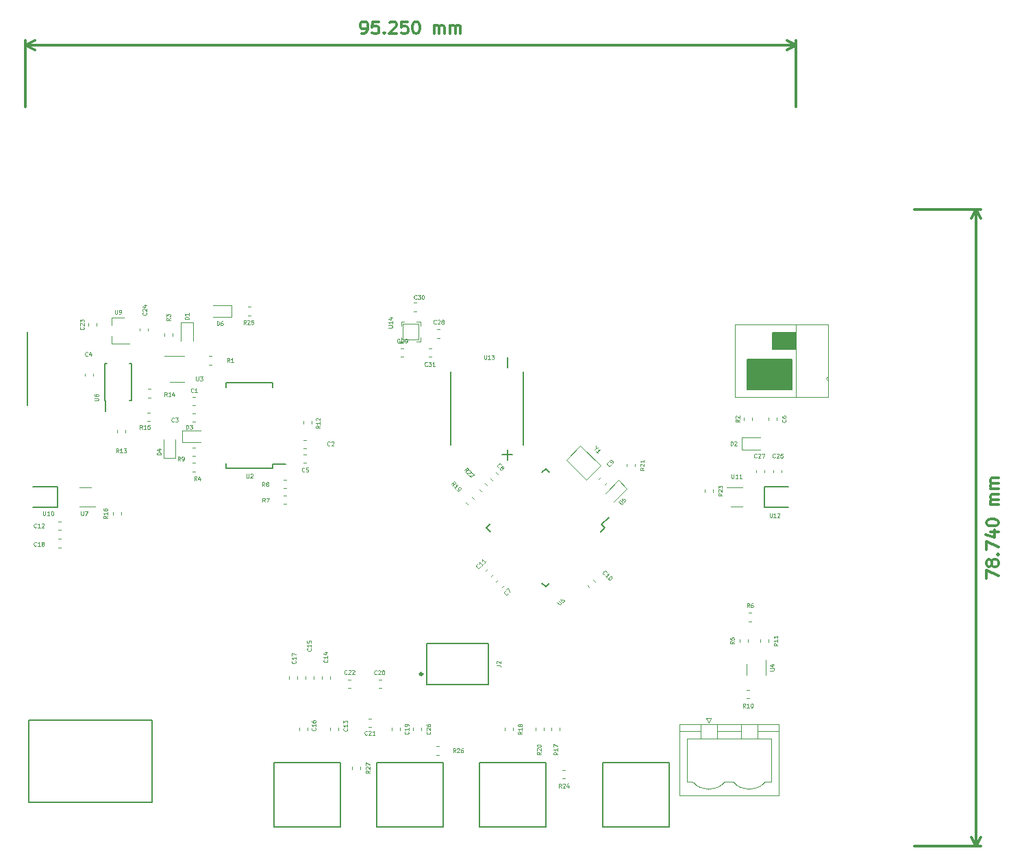
<source format=gbr>
G04 #@! TF.GenerationSoftware,KiCad,Pcbnew,(5.0.2)-1*
G04 #@! TF.CreationDate,2019-04-15T21:52:42-04:00*
G04 #@! TF.ProjectId,gomagottcha,676f6d61-676f-4747-9463-68612e6b6963,rev?*
G04 #@! TF.SameCoordinates,Original*
G04 #@! TF.FileFunction,Legend,Top*
G04 #@! TF.FilePolarity,Positive*
%FSLAX46Y46*%
G04 Gerber Fmt 4.6, Leading zero omitted, Abs format (unit mm)*
G04 Created by KiCad (PCBNEW (5.0.2)-1) date 4/15/2019 9:52:42 PM*
%MOMM*%
%LPD*%
G01*
G04 APERTURE LIST*
%ADD10C,0.300000*%
%ADD11C,0.150000*%
%ADD12C,0.120000*%
%ADD13C,0.050000*%
%ADD14C,0.100000*%
G04 APERTURE END LIST*
D10*
X79018571Y7771428D02*
X79304285Y7771428D01*
X79447142Y7842857D01*
X79518571Y7914285D01*
X79661428Y8128571D01*
X79732857Y8414285D01*
X79732857Y8985714D01*
X79661428Y9128571D01*
X79590000Y9200000D01*
X79447142Y9271428D01*
X79161428Y9271428D01*
X79018571Y9200000D01*
X78947142Y9128571D01*
X78875714Y8985714D01*
X78875714Y8628571D01*
X78947142Y8485714D01*
X79018571Y8414285D01*
X79161428Y8342857D01*
X79447142Y8342857D01*
X79590000Y8414285D01*
X79661428Y8485714D01*
X79732857Y8628571D01*
X81090000Y9271428D02*
X80375714Y9271428D01*
X80304285Y8557142D01*
X80375714Y8628571D01*
X80518571Y8700000D01*
X80875714Y8700000D01*
X81018571Y8628571D01*
X81090000Y8557142D01*
X81161428Y8414285D01*
X81161428Y8057142D01*
X81090000Y7914285D01*
X81018571Y7842857D01*
X80875714Y7771428D01*
X80518571Y7771428D01*
X80375714Y7842857D01*
X80304285Y7914285D01*
X81804285Y7914285D02*
X81875714Y7842857D01*
X81804285Y7771428D01*
X81732857Y7842857D01*
X81804285Y7914285D01*
X81804285Y7771428D01*
X82447142Y9128571D02*
X82518571Y9200000D01*
X82661428Y9271428D01*
X83018571Y9271428D01*
X83161428Y9200000D01*
X83232857Y9128571D01*
X83304285Y8985714D01*
X83304285Y8842857D01*
X83232857Y8628571D01*
X82375714Y7771428D01*
X83304285Y7771428D01*
X84661428Y9271428D02*
X83947142Y9271428D01*
X83875714Y8557142D01*
X83947142Y8628571D01*
X84090000Y8700000D01*
X84447142Y8700000D01*
X84590000Y8628571D01*
X84661428Y8557142D01*
X84732857Y8414285D01*
X84732857Y8057142D01*
X84661428Y7914285D01*
X84590000Y7842857D01*
X84447142Y7771428D01*
X84090000Y7771428D01*
X83947142Y7842857D01*
X83875714Y7914285D01*
X85661428Y9271428D02*
X85804285Y9271428D01*
X85947142Y9200000D01*
X86018571Y9128571D01*
X86090000Y8985714D01*
X86161428Y8700000D01*
X86161428Y8342857D01*
X86090000Y8057142D01*
X86018571Y7914285D01*
X85947142Y7842857D01*
X85804285Y7771428D01*
X85661428Y7771428D01*
X85518571Y7842857D01*
X85447142Y7914285D01*
X85375714Y8057142D01*
X85304285Y8342857D01*
X85304285Y8700000D01*
X85375714Y8985714D01*
X85447142Y9128571D01*
X85518571Y9200000D01*
X85661428Y9271428D01*
X87947142Y7771428D02*
X87947142Y8771428D01*
X87947142Y8628571D02*
X88018571Y8700000D01*
X88161428Y8771428D01*
X88375714Y8771428D01*
X88518571Y8700000D01*
X88590000Y8557142D01*
X88590000Y7771428D01*
X88590000Y8557142D02*
X88661428Y8700000D01*
X88804285Y8771428D01*
X89018571Y8771428D01*
X89161428Y8700000D01*
X89232857Y8557142D01*
X89232857Y7771428D01*
X89947142Y7771428D02*
X89947142Y8771428D01*
X89947142Y8628571D02*
X90018571Y8700000D01*
X90161428Y8771428D01*
X90375714Y8771428D01*
X90518571Y8700000D01*
X90590000Y8557142D01*
X90590000Y7771428D01*
X90590000Y8557142D02*
X90661428Y8700000D01*
X90804285Y8771428D01*
X91018571Y8771428D01*
X91161428Y8700000D01*
X91232857Y8557142D01*
X91232857Y7771428D01*
X37465000Y6350000D02*
X132715000Y6350000D01*
X37465000Y-1270000D02*
X37465000Y6936421D01*
X132715000Y-1270000D02*
X132715000Y6936421D01*
X132715000Y6350000D02*
X131588496Y5763579D01*
X132715000Y6350000D02*
X131588496Y6936421D01*
X37465000Y6350000D02*
X38591504Y5763579D01*
X37465000Y6350000D02*
X38591504Y6936421D01*
X156218571Y-59625714D02*
X156218571Y-58625714D01*
X157718571Y-59268571D01*
X156861428Y-57840000D02*
X156790000Y-57982857D01*
X156718571Y-58054285D01*
X156575714Y-58125714D01*
X156504285Y-58125714D01*
X156361428Y-58054285D01*
X156290000Y-57982857D01*
X156218571Y-57840000D01*
X156218571Y-57554285D01*
X156290000Y-57411428D01*
X156361428Y-57340000D01*
X156504285Y-57268571D01*
X156575714Y-57268571D01*
X156718571Y-57340000D01*
X156790000Y-57411428D01*
X156861428Y-57554285D01*
X156861428Y-57840000D01*
X156932857Y-57982857D01*
X157004285Y-58054285D01*
X157147142Y-58125714D01*
X157432857Y-58125714D01*
X157575714Y-58054285D01*
X157647142Y-57982857D01*
X157718571Y-57840000D01*
X157718571Y-57554285D01*
X157647142Y-57411428D01*
X157575714Y-57340000D01*
X157432857Y-57268571D01*
X157147142Y-57268571D01*
X157004285Y-57340000D01*
X156932857Y-57411428D01*
X156861428Y-57554285D01*
X157575714Y-56625714D02*
X157647142Y-56554285D01*
X157718571Y-56625714D01*
X157647142Y-56697142D01*
X157575714Y-56625714D01*
X157718571Y-56625714D01*
X156218571Y-56054285D02*
X156218571Y-55054285D01*
X157718571Y-55697142D01*
X156718571Y-53840000D02*
X157718571Y-53840000D01*
X156147142Y-54197142D02*
X157218571Y-54554285D01*
X157218571Y-53625714D01*
X156218571Y-52768571D02*
X156218571Y-52625714D01*
X156290000Y-52482857D01*
X156361428Y-52411428D01*
X156504285Y-52340000D01*
X156790000Y-52268571D01*
X157147142Y-52268571D01*
X157432857Y-52340000D01*
X157575714Y-52411428D01*
X157647142Y-52482857D01*
X157718571Y-52625714D01*
X157718571Y-52768571D01*
X157647142Y-52911428D01*
X157575714Y-52982857D01*
X157432857Y-53054285D01*
X157147142Y-53125714D01*
X156790000Y-53125714D01*
X156504285Y-53054285D01*
X156361428Y-52982857D01*
X156290000Y-52911428D01*
X156218571Y-52768571D01*
X157718571Y-50482857D02*
X156718571Y-50482857D01*
X156861428Y-50482857D02*
X156790000Y-50411428D01*
X156718571Y-50268571D01*
X156718571Y-50054285D01*
X156790000Y-49911428D01*
X156932857Y-49840000D01*
X157718571Y-49840000D01*
X156932857Y-49840000D02*
X156790000Y-49768571D01*
X156718571Y-49625714D01*
X156718571Y-49411428D01*
X156790000Y-49268571D01*
X156932857Y-49197142D01*
X157718571Y-49197142D01*
X157718571Y-48482857D02*
X156718571Y-48482857D01*
X156861428Y-48482857D02*
X156790000Y-48411428D01*
X156718571Y-48268571D01*
X156718571Y-48054285D01*
X156790000Y-47911428D01*
X156932857Y-47840000D01*
X157718571Y-47840000D01*
X156932857Y-47840000D02*
X156790000Y-47768571D01*
X156718571Y-47625714D01*
X156718571Y-47411428D01*
X156790000Y-47268571D01*
X156932857Y-47197142D01*
X157718571Y-47197142D01*
X154940000Y-92710000D02*
X154940000Y-13970000D01*
X147320000Y-92710000D02*
X155526421Y-92710000D01*
X147320000Y-13970000D02*
X155526421Y-13970000D01*
X154940000Y-13970000D02*
X155526421Y-15096504D01*
X154940000Y-13970000D02*
X154353579Y-15096504D01*
X154940000Y-92710000D02*
X155526421Y-91583496D01*
X154940000Y-92710000D02*
X154353579Y-91583496D01*
D11*
G04 #@! TO.C,S1*
X108780000Y-90360000D02*
X117030000Y-90360000D01*
X117030000Y-90360000D02*
X117030000Y-82360000D01*
X117030000Y-82360000D02*
X108780000Y-82360000D01*
X108780000Y-82360000D02*
X108780000Y-90360000D01*
G04 #@! TO.C,J2*
X87058500Y-72707500D02*
X87058500Y-67627500D01*
X87058500Y-67627500D02*
X94678500Y-67627500D01*
X94678500Y-67627500D02*
X94678500Y-72707500D01*
X94678500Y-72707500D02*
X87058500Y-72707500D01*
D10*
X86518500Y-71437500D02*
G75*
G03X86518500Y-71437500I-150000J0D01*
G01*
D12*
G04 #@! TO.C,R3*
X55628000Y-29301221D02*
X55628000Y-29626779D01*
X54608000Y-29301221D02*
X54608000Y-29626779D01*
G04 #@! TO.C,BT1*
X123906841Y-84765821D02*
G75*
G02X119920000Y-84750000I-1986841J1665821D01*
G01*
X128906841Y-84765821D02*
G75*
G02X124920000Y-84750000I-1986841J1665821D01*
G01*
X118310000Y-77640000D02*
X118310000Y-86460000D01*
X118310000Y-86460000D02*
X130530000Y-86460000D01*
X130530000Y-86460000D02*
X130530000Y-77640000D01*
X130530000Y-77640000D02*
X118310000Y-77640000D01*
X118310000Y-78450000D02*
X120810000Y-78450000D01*
X130530000Y-78450000D02*
X128030000Y-78450000D01*
X122920000Y-78450000D02*
X125920000Y-78450000D01*
X120920000Y-79450000D02*
X120920000Y-77640000D01*
X120920000Y-77640000D02*
X122920000Y-77640000D01*
X122920000Y-77640000D02*
X122920000Y-79450000D01*
X122920000Y-79450000D02*
X120920000Y-79450000D01*
X125920000Y-79450000D02*
X125920000Y-77640000D01*
X125920000Y-77640000D02*
X127920000Y-77640000D01*
X127920000Y-77640000D02*
X127920000Y-79450000D01*
X127920000Y-79450000D02*
X125920000Y-79450000D01*
X123920000Y-84750000D02*
X124920000Y-84750000D01*
X119920000Y-84750000D02*
X119220000Y-84750000D01*
X119220000Y-84750000D02*
X119220000Y-79450000D01*
X119220000Y-79450000D02*
X129620000Y-79450000D01*
X129620000Y-79450000D02*
X129620000Y-84750000D01*
X129620000Y-84750000D02*
X128920000Y-84750000D01*
X122220000Y-76840000D02*
X121920000Y-77440000D01*
X121920000Y-77440000D02*
X121620000Y-76840000D01*
X121620000Y-76840000D02*
X122220000Y-76840000D01*
D13*
G04 #@! TO.C,U14*
X84074000Y-28067000D02*
X84074000Y-30067000D01*
X84074000Y-30067000D02*
X86074000Y-30067000D01*
X86074000Y-30067000D02*
X86074000Y-28067000D01*
X86074000Y-28067000D02*
X84074000Y-28067000D01*
X86274000Y-29767000D02*
X86274000Y-30267000D01*
X86274000Y-30267000D02*
X85774000Y-30267000D01*
X84374000Y-30267000D02*
X83874000Y-30267000D01*
X83874000Y-30267000D02*
X83874000Y-29767000D01*
X83874000Y-28367000D02*
X83874000Y-27867000D01*
X83874000Y-27867000D02*
X84274000Y-27867000D01*
X85774000Y-27867000D02*
X86274000Y-27867000D01*
X86274000Y-27867000D02*
X86274000Y-28367000D01*
X83915421Y-30367000D02*
G75*
G03X83915421Y-30367000I-141421J0D01*
G01*
D11*
G04 #@! TO.C,U6*
X47270000Y-37631000D02*
X47370000Y-37631000D01*
X47270000Y-32981000D02*
X47470000Y-32981000D01*
X50520000Y-32981000D02*
X50320000Y-32981000D01*
X50520000Y-37631000D02*
X50320000Y-37631000D01*
X47270000Y-37631000D02*
X47270000Y-32981000D01*
X50520000Y-37631000D02*
X50520000Y-32981000D01*
X47370000Y-37631000D02*
X47370000Y-38981000D01*
D12*
G04 #@! TO.C,U9*
X48135000Y-27376000D02*
X48135000Y-28306000D01*
X48135000Y-30536000D02*
X48135000Y-29606000D01*
X48135000Y-30536000D02*
X50295000Y-30536000D01*
X48135000Y-27376000D02*
X49595000Y-27376000D01*
D11*
G04 #@! TO.C,U13*
X98988000Y-34076000D02*
X98988000Y-43076000D01*
X89988000Y-34076000D02*
X89988000Y-43076000D01*
X97028000Y-32226000D02*
X97028000Y-33496000D01*
X97028000Y-43656000D02*
X97028000Y-44926000D01*
X97663000Y-44291000D02*
X96393000Y-44291000D01*
D12*
G04 #@! TO.C,U4*
X128922000Y-71566000D02*
X128922000Y-69666000D01*
X126602000Y-70166000D02*
X126602000Y-71566000D01*
G04 #@! TO.C,U11*
X124649000Y-50690000D02*
X126049000Y-50690000D01*
X126049000Y-48370000D02*
X124149000Y-48370000D01*
G04 #@! TO.C,U7*
X44131000Y-50690000D02*
X46031000Y-50690000D01*
X45531000Y-48370000D02*
X44131000Y-48370000D01*
D11*
G04 #@! TO.C,U5*
X109061023Y-53338198D02*
X108654437Y-52931612D01*
X101742468Y-60656753D02*
X101265171Y-60179456D01*
X94423913Y-53338198D02*
X94901210Y-53815495D01*
X101742468Y-46019643D02*
X102219765Y-46496940D01*
X109061023Y-53338198D02*
X108583726Y-53815495D01*
X101742468Y-46019643D02*
X101265171Y-46496940D01*
X94423913Y-53338198D02*
X94901210Y-52860901D01*
X101742468Y-60656753D02*
X102219765Y-60179456D01*
X108654437Y-52931612D02*
X109555998Y-52030050D01*
G04 #@! TO.C,U10*
X41386000Y-48280000D02*
X38386000Y-48280000D01*
X41386000Y-50780000D02*
X41386000Y-48280000D01*
X41386000Y-50780000D02*
X38386000Y-50780000D01*
G04 #@! TO.C,U12*
X128794000Y-48280000D02*
X131794000Y-48280000D01*
X128794000Y-48280000D02*
X128794000Y-50780000D01*
X128794000Y-50780000D02*
X131794000Y-50780000D01*
G04 #@! TO.C,S4*
X68140000Y-82360000D02*
X68140000Y-90360000D01*
X76390000Y-82360000D02*
X68140000Y-82360000D01*
X76390000Y-90360000D02*
X76390000Y-82360000D01*
X68140000Y-90360000D02*
X76390000Y-90360000D01*
G04 #@! TO.C,S3*
X80840000Y-90360000D02*
X89090000Y-90360000D01*
X89090000Y-90360000D02*
X89090000Y-82360000D01*
X89090000Y-82360000D02*
X80840000Y-82360000D01*
X80840000Y-82360000D02*
X80840000Y-90360000D01*
G04 #@! TO.C,S2*
X93540000Y-82360000D02*
X93540000Y-90360000D01*
X101790000Y-82360000D02*
X93540000Y-82360000D01*
X101790000Y-90360000D02*
X101790000Y-82360000D01*
X93540000Y-90360000D02*
X101790000Y-90360000D01*
D12*
G04 #@! TO.C,R26*
X88554779Y-80389000D02*
X88229221Y-80389000D01*
X88554779Y-81409000D02*
X88229221Y-81409000D01*
G04 #@! TO.C,R27*
X78869000Y-82895221D02*
X78869000Y-83220779D01*
X77849000Y-82895221D02*
X77849000Y-83220779D01*
D11*
G04 #@! TO.C,U2*
X68013180Y-46014665D02*
X68013180Y-45439665D01*
X62263180Y-46014665D02*
X62263180Y-45364665D01*
X62263180Y-35364665D02*
X62263180Y-36014665D01*
X68013180Y-35364665D02*
X68013180Y-36014665D01*
X68013180Y-46014665D02*
X62263180Y-46014665D01*
X68013180Y-35364665D02*
X62263180Y-35364665D01*
X68013180Y-45439665D02*
X69613180Y-45439665D01*
D12*
G04 #@! TO.C,D6*
X62953000Y-25808000D02*
X60668000Y-25808000D01*
X62953000Y-27278000D02*
X62953000Y-25808000D01*
X60668000Y-27278000D02*
X62953000Y-27278000D01*
G04 #@! TO.C,D5*
X110190038Y-50107409D02*
X111805777Y-48491670D01*
X111805777Y-48491670D02*
X110766330Y-47452223D01*
X110766330Y-47452223D02*
X109150591Y-49067962D01*
G04 #@! TO.C,D4*
X55980000Y-44665000D02*
X55980000Y-42380000D01*
X54510000Y-44665000D02*
X55980000Y-44665000D01*
X54510000Y-42380000D02*
X54510000Y-44665000D01*
G04 #@! TO.C,D3*
X59093000Y-41302000D02*
X56808000Y-41302000D01*
X56808000Y-41302000D02*
X56808000Y-42772000D01*
X56808000Y-42772000D02*
X59093000Y-42772000D01*
G04 #@! TO.C,D2*
X126023000Y-43661000D02*
X128308000Y-43661000D01*
X126023000Y-42191000D02*
X126023000Y-43661000D01*
X128308000Y-42191000D02*
X126023000Y-42191000D01*
G04 #@! TO.C,D1*
X58139000Y-30264000D02*
X58139000Y-27979000D01*
X58139000Y-27979000D02*
X56669000Y-27979000D01*
X56669000Y-27979000D02*
X56669000Y-30264000D01*
G04 #@! TO.C,U3*
X55275000Y-35265000D02*
X57075000Y-35265000D01*
X57075000Y-32045000D02*
X54625000Y-32045000D01*
D13*
G04 #@! TO.C,Y1*
X106754549Y-47418046D02*
X104279676Y-44943173D01*
X104279676Y-44943173D02*
X106047443Y-43175406D01*
X106047443Y-43175406D02*
X108522316Y-45650279D01*
X108522316Y-45650279D02*
X106754549Y-47418046D01*
G04 #@! TO.C,U1*
X125176773Y-28207159D02*
X125176773Y-37207159D01*
X125176773Y-37207159D02*
X132176773Y-37207159D01*
X132176773Y-28207159D02*
X125276773Y-28207159D01*
X125176773Y-28207159D02*
X125276773Y-28207159D01*
X132176773Y-28207159D02*
X132676773Y-28207159D01*
X132676773Y-28207159D02*
X132676773Y-37207159D01*
X132676773Y-37207159D02*
X132176773Y-37207159D01*
X132676773Y-28207159D02*
X136676773Y-28207159D01*
X136676773Y-28207159D02*
X136676773Y-37207159D01*
X136676773Y-37207159D02*
X132676773Y-37207159D01*
X125176773Y-30007159D02*
X125176773Y-36907159D01*
X125176773Y-30007159D02*
X125176773Y-29507159D01*
X125176773Y-29407159D02*
X125176773Y-36307159D01*
X125176773Y-29407159D02*
X125176773Y-28907159D01*
X132676773Y-29207159D02*
X129776773Y-29207159D01*
X129776773Y-29207159D02*
X129776773Y-31207159D01*
X129776773Y-31207159D02*
X132676773Y-31207159D01*
X132176773Y-36207159D02*
X132176773Y-32507159D01*
X132176773Y-32507159D02*
X126676773Y-32507159D01*
X126676773Y-32507159D02*
X126676773Y-36207159D01*
X126676773Y-36207159D02*
X132176773Y-36207159D01*
D11*
G36*
X132176773Y-32507159D02*
X132176773Y-36207159D01*
X126676773Y-36207159D01*
X126676773Y-32507159D01*
X132176773Y-32507159D01*
G37*
X132176773Y-32507159D02*
X132176773Y-36207159D01*
X126676773Y-36207159D01*
X126676773Y-32507159D01*
X132176773Y-32507159D01*
G36*
X129776773Y-31207159D02*
X129776773Y-29207159D01*
X132676773Y-29207159D01*
X132676773Y-31207159D01*
X129776773Y-31207159D01*
G37*
X129776773Y-31207159D02*
X129776773Y-29207159D01*
X132676773Y-29207159D01*
X132676773Y-31207159D01*
X129776773Y-31207159D01*
D13*
X136676773Y-35107159D02*
G75*
G02X136676773Y-34707159I0J200000D01*
G01*
D12*
G04 #@! TO.C,C30*
X85760779Y-26545000D02*
X85435221Y-26545000D01*
X85760779Y-25525000D02*
X85435221Y-25525000D01*
G04 #@! TO.C,C22*
X77332621Y-73154000D02*
X77658179Y-73154000D01*
X77332621Y-72134000D02*
X77658179Y-72134000D01*
G04 #@! TO.C,C25*
X129919000Y-46517779D02*
X129919000Y-46192221D01*
X130939000Y-46517779D02*
X130939000Y-46192221D01*
G04 #@! TO.C,C26*
X85342000Y-78069221D02*
X85342000Y-78394779D01*
X86362000Y-78069221D02*
X86362000Y-78394779D01*
G04 #@! TO.C,C27*
X127760000Y-46517779D02*
X127760000Y-46192221D01*
X128780000Y-46517779D02*
X128780000Y-46192221D01*
G04 #@! TO.C,C28*
X88356221Y-29847000D02*
X88681779Y-29847000D01*
X88356221Y-28827000D02*
X88681779Y-28827000D01*
G04 #@! TO.C,C29*
X83847721Y-31176500D02*
X84173279Y-31176500D01*
X83847721Y-32196500D02*
X84173279Y-32196500D01*
G04 #@! TO.C,C31*
X87602279Y-31176500D02*
X87276721Y-31176500D01*
X87602279Y-32196500D02*
X87276721Y-32196500D01*
G04 #@! TO.C,C6*
X130304000Y-39715221D02*
X130304000Y-40040779D01*
X129284000Y-39715221D02*
X129284000Y-40040779D01*
G04 #@! TO.C,C5*
X72171779Y-44244800D02*
X71846221Y-44244800D01*
X72171779Y-45264800D02*
X71846221Y-45264800D01*
G04 #@! TO.C,C4*
X45849000Y-34254221D02*
X45849000Y-34579779D01*
X44829000Y-34254221D02*
X44829000Y-34579779D01*
G04 #@! TO.C,C3*
X58117401Y-40183665D02*
X58442959Y-40183665D01*
X58117401Y-39163665D02*
X58442959Y-39163665D01*
G04 #@! TO.C,C2*
X71833401Y-42465665D02*
X72158959Y-42465665D01*
X71833401Y-43485665D02*
X72158959Y-43485665D01*
G04 #@! TO.C,C23*
X46230000Y-28356779D02*
X46230000Y-28031221D01*
X45210000Y-28356779D02*
X45210000Y-28031221D01*
G04 #@! TO.C,C24*
X52580000Y-28666221D02*
X52580000Y-28991779D01*
X51560000Y-28666221D02*
X51560000Y-28991779D01*
G04 #@! TO.C,C20*
X81468179Y-72134000D02*
X81142621Y-72134000D01*
X81468179Y-73154000D02*
X81142621Y-73154000D01*
G04 #@! TO.C,C1*
X58442959Y-38151665D02*
X58117401Y-38151665D01*
X58442959Y-37131665D02*
X58117401Y-37131665D01*
G04 #@! TO.C,C8*
X95868195Y-46742676D02*
X95637990Y-46512471D01*
X95146946Y-47463925D02*
X94916741Y-47233720D01*
G04 #@! TO.C,C11*
X95277877Y-59135454D02*
X95047672Y-59365659D01*
X94556628Y-58414205D02*
X94326423Y-58644410D01*
G04 #@! TO.C,C12*
X41493221Y-53596000D02*
X41818779Y-53596000D01*
X41493221Y-52576000D02*
X41818779Y-52576000D01*
G04 #@! TO.C,C13*
X76100400Y-78069221D02*
X76100400Y-78394779D01*
X75080400Y-78069221D02*
X75080400Y-78394779D01*
G04 #@! TO.C,C7*
X95860099Y-59769318D02*
X95629894Y-59999523D01*
X96581348Y-60490567D02*
X96351143Y-60720772D01*
G04 #@! TO.C,C14*
X74064400Y-72044779D02*
X74064400Y-71719221D01*
X75084400Y-72044779D02*
X75084400Y-71719221D01*
G04 #@! TO.C,C15*
X73052400Y-72044779D02*
X73052400Y-71719221D01*
X72032400Y-72044779D02*
X72032400Y-71719221D01*
G04 #@! TO.C,C16*
X72290400Y-78069221D02*
X72290400Y-78394779D01*
X71270400Y-78069221D02*
X71270400Y-78394779D01*
G04 #@! TO.C,C17*
X71020400Y-72044779D02*
X71020400Y-71719221D01*
X70000400Y-72044779D02*
X70000400Y-71719221D01*
G04 #@! TO.C,C18*
X41493221Y-54735000D02*
X41818779Y-54735000D01*
X41493221Y-55755000D02*
X41818779Y-55755000D01*
G04 #@! TO.C,C19*
X82700400Y-78069221D02*
X82700400Y-78394779D01*
X83720400Y-78069221D02*
X83720400Y-78394779D01*
G04 #@! TO.C,C21*
X79872621Y-76960000D02*
X80198179Y-76960000D01*
X79872621Y-77980000D02*
X80198179Y-77980000D01*
G04 #@! TO.C,C10*
X106903588Y-60490567D02*
X107133793Y-60720772D01*
X107624837Y-59769318D02*
X107855042Y-59999523D01*
G04 #@! TO.C,C9*
X108329894Y-47299523D02*
X108560099Y-47069318D01*
X109051143Y-48020772D02*
X109281348Y-47790567D01*
G04 #@! TO.C,R17*
X103481600Y-78069221D02*
X103481600Y-78394779D01*
X102461600Y-78069221D02*
X102461600Y-78394779D01*
G04 #@! TO.C,R21*
X111758000Y-45430221D02*
X111758000Y-45755779D01*
X112778000Y-45430221D02*
X112778000Y-45755779D01*
G04 #@! TO.C,R22*
X93794628Y-48824659D02*
X93564423Y-48594454D01*
X94515877Y-48103410D02*
X94285672Y-47873205D01*
G04 #@! TO.C,R23*
X121410000Y-48605221D02*
X121410000Y-48930779D01*
X122430000Y-48605221D02*
X122430000Y-48930779D01*
G04 #@! TO.C,R24*
X104175779Y-84330000D02*
X103850221Y-84330000D01*
X104175779Y-83310000D02*
X103850221Y-83310000D01*
G04 #@! TO.C,R25*
X64988221Y-27053000D02*
X65313779Y-27053000D01*
X64988221Y-26033000D02*
X65313779Y-26033000D01*
G04 #@! TO.C,R18*
X97690400Y-78069221D02*
X97690400Y-78394779D01*
X96670400Y-78069221D02*
X96670400Y-78394779D01*
G04 #@! TO.C,R5*
X126748000Y-67472779D02*
X126748000Y-67147221D01*
X125728000Y-67472779D02*
X125728000Y-67147221D01*
G04 #@! TO.C,R4*
X58130221Y-45337000D02*
X58455779Y-45337000D01*
X58130221Y-46357000D02*
X58455779Y-46357000D01*
G04 #@! TO.C,R7*
X69657179Y-49375600D02*
X69331621Y-49375600D01*
X69657179Y-50395600D02*
X69331621Y-50395600D01*
G04 #@! TO.C,R19*
X92864877Y-49754410D02*
X92634672Y-49524205D01*
X92143628Y-50475659D02*
X91913423Y-50245454D01*
G04 #@! TO.C,R2*
X127256000Y-39715221D02*
X127256000Y-40040779D01*
X126236000Y-39715221D02*
X126236000Y-40040779D01*
G04 #@! TO.C,R8*
X69657179Y-47394400D02*
X69331621Y-47394400D01*
X69657179Y-48414400D02*
X69331621Y-48414400D01*
G04 #@! TO.C,R9*
X58130221Y-43432000D02*
X58455779Y-43432000D01*
X58130221Y-44452000D02*
X58455779Y-44452000D01*
G04 #@! TO.C,R10*
X126908779Y-73404000D02*
X126583221Y-73404000D01*
X126908779Y-74424000D02*
X126583221Y-74424000D01*
G04 #@! TO.C,R11*
X129288000Y-67147221D02*
X129288000Y-67472779D01*
X128268000Y-67147221D02*
X128268000Y-67472779D01*
G04 #@! TO.C,R12*
X72823800Y-40447179D02*
X72823800Y-40121621D01*
X71803800Y-40447179D02*
X71803800Y-40121621D01*
G04 #@! TO.C,R13*
X49786000Y-41239221D02*
X49786000Y-41564779D01*
X48766000Y-41239221D02*
X48766000Y-41564779D01*
G04 #@! TO.C,R14*
X52893279Y-36193000D02*
X52567721Y-36193000D01*
X52893279Y-37213000D02*
X52567721Y-37213000D01*
G04 #@! TO.C,R6*
X126837221Y-63879000D02*
X127162779Y-63879000D01*
X126837221Y-64899000D02*
X127162779Y-64899000D01*
G04 #@! TO.C,R15*
X52542221Y-40134000D02*
X52867779Y-40134000D01*
X52542221Y-39114000D02*
X52867779Y-39114000D01*
G04 #@! TO.C,R16*
X48258000Y-51724779D02*
X48258000Y-51399221D01*
X49278000Y-51724779D02*
X49278000Y-51399221D01*
G04 #@! TO.C,R20*
X100480400Y-78069221D02*
X100480400Y-78394779D01*
X101500400Y-78069221D02*
X101500400Y-78394779D01*
G04 #@! TO.C,R1*
X60162221Y-32129000D02*
X60487779Y-32129000D01*
X60162221Y-33149000D02*
X60487779Y-33149000D01*
D11*
G04 #@! TO.C,SW1*
X37846000Y-82169000D02*
X37846000Y-77089000D01*
X37846000Y-77089000D02*
X53086000Y-77089000D01*
X53086000Y-77089000D02*
X53086000Y-87249000D01*
X53086000Y-87249000D02*
X37846000Y-87249000D01*
X37846000Y-87249000D02*
X37846000Y-82169000D01*
G04 #@! TO.C,J1*
X37666000Y-29155000D02*
X37666000Y-38155000D01*
G04 #@! TO.C,J2*
D14*
X95674690Y-70334166D02*
X96031833Y-70334166D01*
X96103261Y-70357976D01*
X96150880Y-70405595D01*
X96174690Y-70477023D01*
X96174690Y-70524642D01*
X95722309Y-70119880D02*
X95698500Y-70096071D01*
X95674690Y-70048452D01*
X95674690Y-69929404D01*
X95698500Y-69881785D01*
X95722309Y-69857976D01*
X95769928Y-69834166D01*
X95817547Y-69834166D01*
X95888976Y-69857976D01*
X96174690Y-70143690D01*
X96174690Y-69834166D01*
G04 #@! TO.C,R3*
X55344190Y-27388333D02*
X55106095Y-27555000D01*
X55344190Y-27674047D02*
X54844190Y-27674047D01*
X54844190Y-27483571D01*
X54868000Y-27435952D01*
X54891809Y-27412142D01*
X54939428Y-27388333D01*
X55010857Y-27388333D01*
X55058476Y-27412142D01*
X55082285Y-27435952D01*
X55106095Y-27483571D01*
X55106095Y-27674047D01*
X54844190Y-27221666D02*
X54844190Y-26912142D01*
X55034666Y-27078809D01*
X55034666Y-27007380D01*
X55058476Y-26959761D01*
X55082285Y-26935952D01*
X55129904Y-26912142D01*
X55248952Y-26912142D01*
X55296571Y-26935952D01*
X55320380Y-26959761D01*
X55344190Y-27007380D01*
X55344190Y-27150238D01*
X55320380Y-27197857D01*
X55296571Y-27221666D01*
G04 #@! TO.C,U14*
X82300190Y-28586047D02*
X82704952Y-28586047D01*
X82752571Y-28562238D01*
X82776380Y-28538428D01*
X82800190Y-28490809D01*
X82800190Y-28395571D01*
X82776380Y-28347952D01*
X82752571Y-28324142D01*
X82704952Y-28300333D01*
X82300190Y-28300333D01*
X82800190Y-27800333D02*
X82800190Y-28086047D01*
X82800190Y-27943190D02*
X82300190Y-27943190D01*
X82371619Y-27990809D01*
X82419238Y-28038428D01*
X82443047Y-28086047D01*
X82466857Y-27371761D02*
X82800190Y-27371761D01*
X82276380Y-27490809D02*
X82633523Y-27609857D01*
X82633523Y-27300333D01*
G04 #@! TO.C,U6*
X45954190Y-37591952D02*
X46358952Y-37591952D01*
X46406571Y-37568142D01*
X46430380Y-37544333D01*
X46454190Y-37496714D01*
X46454190Y-37401476D01*
X46430380Y-37353857D01*
X46406571Y-37330047D01*
X46358952Y-37306238D01*
X45954190Y-37306238D01*
X45954190Y-36853857D02*
X45954190Y-36949095D01*
X45978000Y-36996714D01*
X46001809Y-37020523D01*
X46073238Y-37068142D01*
X46168476Y-37091952D01*
X46358952Y-37091952D01*
X46406571Y-37068142D01*
X46430380Y-37044333D01*
X46454190Y-36996714D01*
X46454190Y-36901476D01*
X46430380Y-36853857D01*
X46406571Y-36830047D01*
X46358952Y-36806238D01*
X46239904Y-36806238D01*
X46192285Y-36830047D01*
X46168476Y-36853857D01*
X46144666Y-36901476D01*
X46144666Y-36996714D01*
X46168476Y-37044333D01*
X46192285Y-37068142D01*
X46239904Y-37091952D01*
G04 #@! TO.C,U9*
X48514047Y-26396190D02*
X48514047Y-26800952D01*
X48537857Y-26848571D01*
X48561666Y-26872380D01*
X48609285Y-26896190D01*
X48704523Y-26896190D01*
X48752142Y-26872380D01*
X48775952Y-26848571D01*
X48799761Y-26800952D01*
X48799761Y-26396190D01*
X49061666Y-26896190D02*
X49156904Y-26896190D01*
X49204523Y-26872380D01*
X49228333Y-26848571D01*
X49275952Y-26777142D01*
X49299761Y-26681904D01*
X49299761Y-26491428D01*
X49275952Y-26443809D01*
X49252142Y-26420000D01*
X49204523Y-26396190D01*
X49109285Y-26396190D01*
X49061666Y-26420000D01*
X49037857Y-26443809D01*
X49014047Y-26491428D01*
X49014047Y-26610476D01*
X49037857Y-26658095D01*
X49061666Y-26681904D01*
X49109285Y-26705714D01*
X49204523Y-26705714D01*
X49252142Y-26681904D01*
X49275952Y-26658095D01*
X49299761Y-26610476D01*
G04 #@! TO.C,U13*
X94122952Y-31984190D02*
X94122952Y-32388952D01*
X94146761Y-32436571D01*
X94170571Y-32460380D01*
X94218190Y-32484190D01*
X94313428Y-32484190D01*
X94361047Y-32460380D01*
X94384857Y-32436571D01*
X94408666Y-32388952D01*
X94408666Y-31984190D01*
X94908666Y-32484190D02*
X94622952Y-32484190D01*
X94765809Y-32484190D02*
X94765809Y-31984190D01*
X94718190Y-32055619D01*
X94670571Y-32103238D01*
X94622952Y-32127047D01*
X95075333Y-31984190D02*
X95384857Y-31984190D01*
X95218190Y-32174666D01*
X95289619Y-32174666D01*
X95337238Y-32198476D01*
X95361047Y-32222285D01*
X95384857Y-32269904D01*
X95384857Y-32388952D01*
X95361047Y-32436571D01*
X95337238Y-32460380D01*
X95289619Y-32484190D01*
X95146761Y-32484190D01*
X95099142Y-32460380D01*
X95075333Y-32436571D01*
G04 #@! TO.C,U4*
X129488190Y-70992952D02*
X129892952Y-70992952D01*
X129940571Y-70969142D01*
X129964380Y-70945333D01*
X129988190Y-70897714D01*
X129988190Y-70802476D01*
X129964380Y-70754857D01*
X129940571Y-70731047D01*
X129892952Y-70707238D01*
X129488190Y-70707238D01*
X129654857Y-70254857D02*
X129988190Y-70254857D01*
X129464380Y-70373904D02*
X129821523Y-70492952D01*
X129821523Y-70183428D01*
G04 #@! TO.C,U11*
X124729952Y-46716190D02*
X124729952Y-47120952D01*
X124753761Y-47168571D01*
X124777571Y-47192380D01*
X124825190Y-47216190D01*
X124920428Y-47216190D01*
X124968047Y-47192380D01*
X124991857Y-47168571D01*
X125015666Y-47120952D01*
X125015666Y-46716190D01*
X125515666Y-47216190D02*
X125229952Y-47216190D01*
X125372809Y-47216190D02*
X125372809Y-46716190D01*
X125325190Y-46787619D01*
X125277571Y-46835238D01*
X125229952Y-46859047D01*
X125991857Y-47216190D02*
X125706142Y-47216190D01*
X125849000Y-47216190D02*
X125849000Y-46716190D01*
X125801380Y-46787619D01*
X125753761Y-46835238D01*
X125706142Y-46859047D01*
G04 #@! TO.C,U7*
X44323047Y-51288190D02*
X44323047Y-51692952D01*
X44346857Y-51740571D01*
X44370666Y-51764380D01*
X44418285Y-51788190D01*
X44513523Y-51788190D01*
X44561142Y-51764380D01*
X44584952Y-51740571D01*
X44608761Y-51692952D01*
X44608761Y-51288190D01*
X44799238Y-51288190D02*
X45132571Y-51288190D01*
X44918285Y-51788190D01*
G04 #@! TO.C,U5*
X103169013Y-62559761D02*
X103455223Y-62845971D01*
X103505730Y-62862807D01*
X103539402Y-62862807D01*
X103589910Y-62845971D01*
X103657253Y-62778627D01*
X103674089Y-62728120D01*
X103674089Y-62694448D01*
X103657253Y-62643940D01*
X103371043Y-62357730D01*
X103707761Y-62021013D02*
X103539402Y-62189372D01*
X103690925Y-62374566D01*
X103690925Y-62340895D01*
X103707761Y-62290387D01*
X103791940Y-62206208D01*
X103842448Y-62189372D01*
X103876120Y-62189372D01*
X103926627Y-62206208D01*
X104010807Y-62290387D01*
X104027643Y-62340895D01*
X104027643Y-62374566D01*
X104010807Y-62425074D01*
X103926627Y-62509253D01*
X103876120Y-62526089D01*
X103842448Y-62526089D01*
G04 #@! TO.C,U10*
X39639952Y-51288190D02*
X39639952Y-51692952D01*
X39663761Y-51740571D01*
X39687571Y-51764380D01*
X39735190Y-51788190D01*
X39830428Y-51788190D01*
X39878047Y-51764380D01*
X39901857Y-51740571D01*
X39925666Y-51692952D01*
X39925666Y-51288190D01*
X40425666Y-51788190D02*
X40139952Y-51788190D01*
X40282809Y-51788190D02*
X40282809Y-51288190D01*
X40235190Y-51359619D01*
X40187571Y-51407238D01*
X40139952Y-51431047D01*
X40735190Y-51288190D02*
X40782809Y-51288190D01*
X40830428Y-51312000D01*
X40854238Y-51335809D01*
X40878047Y-51383428D01*
X40901857Y-51478666D01*
X40901857Y-51597714D01*
X40878047Y-51692952D01*
X40854238Y-51740571D01*
X40830428Y-51764380D01*
X40782809Y-51788190D01*
X40735190Y-51788190D01*
X40687571Y-51764380D01*
X40663761Y-51740571D01*
X40639952Y-51692952D01*
X40616142Y-51597714D01*
X40616142Y-51478666D01*
X40639952Y-51383428D01*
X40663761Y-51335809D01*
X40687571Y-51312000D01*
X40735190Y-51288190D01*
G04 #@! TO.C,U12*
X129428952Y-51542190D02*
X129428952Y-51946952D01*
X129452761Y-51994571D01*
X129476571Y-52018380D01*
X129524190Y-52042190D01*
X129619428Y-52042190D01*
X129667047Y-52018380D01*
X129690857Y-51994571D01*
X129714666Y-51946952D01*
X129714666Y-51542190D01*
X130214666Y-52042190D02*
X129928952Y-52042190D01*
X130071809Y-52042190D02*
X130071809Y-51542190D01*
X130024190Y-51613619D01*
X129976571Y-51661238D01*
X129928952Y-51685047D01*
X130405142Y-51589809D02*
X130428952Y-51566000D01*
X130476571Y-51542190D01*
X130595619Y-51542190D01*
X130643238Y-51566000D01*
X130667047Y-51589809D01*
X130690857Y-51637428D01*
X130690857Y-51685047D01*
X130667047Y-51756476D01*
X130381333Y-52042190D01*
X130690857Y-52042190D01*
G04 #@! TO.C,R26*
X90610571Y-81125190D02*
X90443904Y-80887095D01*
X90324857Y-81125190D02*
X90324857Y-80625190D01*
X90515333Y-80625190D01*
X90562952Y-80649000D01*
X90586761Y-80672809D01*
X90610571Y-80720428D01*
X90610571Y-80791857D01*
X90586761Y-80839476D01*
X90562952Y-80863285D01*
X90515333Y-80887095D01*
X90324857Y-80887095D01*
X90801047Y-80672809D02*
X90824857Y-80649000D01*
X90872476Y-80625190D01*
X90991523Y-80625190D01*
X91039142Y-80649000D01*
X91062952Y-80672809D01*
X91086761Y-80720428D01*
X91086761Y-80768047D01*
X91062952Y-80839476D01*
X90777238Y-81125190D01*
X91086761Y-81125190D01*
X91515333Y-80625190D02*
X91420095Y-80625190D01*
X91372476Y-80649000D01*
X91348666Y-80672809D01*
X91301047Y-80744238D01*
X91277238Y-80839476D01*
X91277238Y-81029952D01*
X91301047Y-81077571D01*
X91324857Y-81101380D01*
X91372476Y-81125190D01*
X91467714Y-81125190D01*
X91515333Y-81101380D01*
X91539142Y-81077571D01*
X91562952Y-81029952D01*
X91562952Y-80910904D01*
X91539142Y-80863285D01*
X91515333Y-80839476D01*
X91467714Y-80815666D01*
X91372476Y-80815666D01*
X91324857Y-80839476D01*
X91301047Y-80863285D01*
X91277238Y-80910904D01*
G04 #@! TO.C,R27*
X80015190Y-83379428D02*
X79777095Y-83546095D01*
X80015190Y-83665142D02*
X79515190Y-83665142D01*
X79515190Y-83474666D01*
X79539000Y-83427047D01*
X79562809Y-83403238D01*
X79610428Y-83379428D01*
X79681857Y-83379428D01*
X79729476Y-83403238D01*
X79753285Y-83427047D01*
X79777095Y-83474666D01*
X79777095Y-83665142D01*
X79562809Y-83188952D02*
X79539000Y-83165142D01*
X79515190Y-83117523D01*
X79515190Y-82998476D01*
X79539000Y-82950857D01*
X79562809Y-82927047D01*
X79610428Y-82903238D01*
X79658047Y-82903238D01*
X79729476Y-82927047D01*
X80015190Y-83212761D01*
X80015190Y-82903238D01*
X79515190Y-82736571D02*
X79515190Y-82403238D01*
X80015190Y-82617523D01*
G04 #@! TO.C,U2*
X64757227Y-46665855D02*
X64757227Y-47070617D01*
X64781037Y-47118236D01*
X64804846Y-47142045D01*
X64852465Y-47165855D01*
X64947703Y-47165855D01*
X64995322Y-47142045D01*
X65019132Y-47118236D01*
X65042941Y-47070617D01*
X65042941Y-46665855D01*
X65257227Y-46713474D02*
X65281037Y-46689665D01*
X65328656Y-46665855D01*
X65447703Y-46665855D01*
X65495322Y-46689665D01*
X65519132Y-46713474D01*
X65542941Y-46761093D01*
X65542941Y-46808712D01*
X65519132Y-46880141D01*
X65233418Y-47165855D01*
X65542941Y-47165855D01*
G04 #@! TO.C,D6*
X61098952Y-28293190D02*
X61098952Y-27793190D01*
X61218000Y-27793190D01*
X61289428Y-27817000D01*
X61337047Y-27864619D01*
X61360857Y-27912238D01*
X61384666Y-28007476D01*
X61384666Y-28078904D01*
X61360857Y-28174142D01*
X61337047Y-28221761D01*
X61289428Y-28269380D01*
X61218000Y-28293190D01*
X61098952Y-28293190D01*
X61813238Y-27793190D02*
X61718000Y-27793190D01*
X61670380Y-27817000D01*
X61646571Y-27840809D01*
X61598952Y-27912238D01*
X61575142Y-28007476D01*
X61575142Y-28197952D01*
X61598952Y-28245571D01*
X61622761Y-28269380D01*
X61670380Y-28293190D01*
X61765619Y-28293190D01*
X61813238Y-28269380D01*
X61837047Y-28245571D01*
X61860857Y-28197952D01*
X61860857Y-28078904D01*
X61837047Y-28031285D01*
X61813238Y-28007476D01*
X61765619Y-27983666D01*
X61670380Y-27983666D01*
X61622761Y-28007476D01*
X61598952Y-28031285D01*
X61575142Y-28078904D01*
G04 #@! TO.C,D5*
X111146147Y-50454059D02*
X110792594Y-50100506D01*
X110876773Y-50016327D01*
X110944117Y-49982655D01*
X111011460Y-49982655D01*
X111061968Y-49999491D01*
X111146147Y-50049998D01*
X111196655Y-50100506D01*
X111247163Y-50184685D01*
X111263998Y-50235193D01*
X111263998Y-50302537D01*
X111230327Y-50369880D01*
X111146147Y-50454059D01*
X111314506Y-49578594D02*
X111146147Y-49746953D01*
X111297670Y-49932147D01*
X111297670Y-49898475D01*
X111314506Y-49847968D01*
X111398685Y-49763788D01*
X111449193Y-49746953D01*
X111482865Y-49746953D01*
X111533372Y-49763788D01*
X111617552Y-49847968D01*
X111634388Y-49898475D01*
X111634388Y-49932147D01*
X111617552Y-49982655D01*
X111533372Y-50066834D01*
X111482865Y-50083670D01*
X111449193Y-50083670D01*
G04 #@! TO.C,D4*
X54201190Y-44311047D02*
X53701190Y-44311047D01*
X53701190Y-44192000D01*
X53725000Y-44120571D01*
X53772619Y-44072952D01*
X53820238Y-44049142D01*
X53915476Y-44025333D01*
X53986904Y-44025333D01*
X54082142Y-44049142D01*
X54129761Y-44072952D01*
X54177380Y-44120571D01*
X54201190Y-44192000D01*
X54201190Y-44311047D01*
X53867857Y-43596761D02*
X54201190Y-43596761D01*
X53677380Y-43715809D02*
X54034523Y-43834857D01*
X54034523Y-43525333D01*
G04 #@! TO.C,D3*
X57288952Y-41120190D02*
X57288952Y-40620190D01*
X57408000Y-40620190D01*
X57479428Y-40644000D01*
X57527047Y-40691619D01*
X57550857Y-40739238D01*
X57574666Y-40834476D01*
X57574666Y-40905904D01*
X57550857Y-41001142D01*
X57527047Y-41048761D01*
X57479428Y-41096380D01*
X57408000Y-41120190D01*
X57288952Y-41120190D01*
X57741333Y-40620190D02*
X58050857Y-40620190D01*
X57884190Y-40810666D01*
X57955619Y-40810666D01*
X58003238Y-40834476D01*
X58027047Y-40858285D01*
X58050857Y-40905904D01*
X58050857Y-41024952D01*
X58027047Y-41072571D01*
X58003238Y-41096380D01*
X57955619Y-41120190D01*
X57812761Y-41120190D01*
X57765142Y-41096380D01*
X57741333Y-41072571D01*
G04 #@! TO.C,D2*
X124598952Y-43152190D02*
X124598952Y-42652190D01*
X124718000Y-42652190D01*
X124789428Y-42676000D01*
X124837047Y-42723619D01*
X124860857Y-42771238D01*
X124884666Y-42866476D01*
X124884666Y-42937904D01*
X124860857Y-43033142D01*
X124837047Y-43080761D01*
X124789428Y-43128380D01*
X124718000Y-43152190D01*
X124598952Y-43152190D01*
X125075142Y-42699809D02*
X125098952Y-42676000D01*
X125146571Y-42652190D01*
X125265619Y-42652190D01*
X125313238Y-42676000D01*
X125337047Y-42699809D01*
X125360857Y-42747428D01*
X125360857Y-42795047D01*
X125337047Y-42866476D01*
X125051333Y-43152190D01*
X125360857Y-43152190D01*
G04 #@! TO.C,D1*
X57630190Y-27547047D02*
X57130190Y-27547047D01*
X57130190Y-27428000D01*
X57154000Y-27356571D01*
X57201619Y-27308952D01*
X57249238Y-27285142D01*
X57344476Y-27261333D01*
X57415904Y-27261333D01*
X57511142Y-27285142D01*
X57558761Y-27308952D01*
X57606380Y-27356571D01*
X57630190Y-27428000D01*
X57630190Y-27547047D01*
X57630190Y-26785142D02*
X57630190Y-27070857D01*
X57630190Y-26928000D02*
X57130190Y-26928000D01*
X57201619Y-26975619D01*
X57249238Y-27023238D01*
X57273047Y-27070857D01*
G04 #@! TO.C,U3*
X58547047Y-34651190D02*
X58547047Y-35055952D01*
X58570857Y-35103571D01*
X58594666Y-35127380D01*
X58642285Y-35151190D01*
X58737523Y-35151190D01*
X58785142Y-35127380D01*
X58808952Y-35103571D01*
X58832761Y-35055952D01*
X58832761Y-34651190D01*
X59023238Y-34651190D02*
X59332761Y-34651190D01*
X59166095Y-34841666D01*
X59237523Y-34841666D01*
X59285142Y-34865476D01*
X59308952Y-34889285D01*
X59332761Y-34936904D01*
X59332761Y-35055952D01*
X59308952Y-35103571D01*
X59285142Y-35127380D01*
X59237523Y-35151190D01*
X59094666Y-35151190D01*
X59047047Y-35127380D01*
X59023238Y-35103571D01*
G04 #@! TO.C,Y1*
X107932527Y-43509421D02*
X107764168Y-43677780D01*
X107999870Y-43206375D02*
X107932527Y-43509421D01*
X108235572Y-43442077D01*
X108185065Y-44098676D02*
X107983034Y-43896646D01*
X108084050Y-43997661D02*
X108437603Y-43644108D01*
X108353424Y-43660944D01*
X108286080Y-43660944D01*
X108235572Y-43644108D01*
G04 #@! TO.C,C30*
X85784571Y-25007071D02*
X85760761Y-25030880D01*
X85689333Y-25054690D01*
X85641714Y-25054690D01*
X85570285Y-25030880D01*
X85522666Y-24983261D01*
X85498857Y-24935642D01*
X85475047Y-24840404D01*
X85475047Y-24768976D01*
X85498857Y-24673738D01*
X85522666Y-24626119D01*
X85570285Y-24578500D01*
X85641714Y-24554690D01*
X85689333Y-24554690D01*
X85760761Y-24578500D01*
X85784571Y-24602309D01*
X85951238Y-24554690D02*
X86260761Y-24554690D01*
X86094095Y-24745166D01*
X86165523Y-24745166D01*
X86213142Y-24768976D01*
X86236952Y-24792785D01*
X86260761Y-24840404D01*
X86260761Y-24959452D01*
X86236952Y-25007071D01*
X86213142Y-25030880D01*
X86165523Y-25054690D01*
X86022666Y-25054690D01*
X85975047Y-25030880D01*
X85951238Y-25007071D01*
X86570285Y-24554690D02*
X86617904Y-24554690D01*
X86665523Y-24578500D01*
X86689333Y-24602309D01*
X86713142Y-24649928D01*
X86736952Y-24745166D01*
X86736952Y-24864214D01*
X86713142Y-24959452D01*
X86689333Y-25007071D01*
X86665523Y-25030880D01*
X86617904Y-25054690D01*
X86570285Y-25054690D01*
X86522666Y-25030880D01*
X86498857Y-25007071D01*
X86475047Y-24959452D01*
X86451238Y-24864214D01*
X86451238Y-24745166D01*
X86475047Y-24649928D01*
X86498857Y-24602309D01*
X86522666Y-24578500D01*
X86570285Y-24554690D01*
G04 #@! TO.C,C22*
X77173971Y-71392571D02*
X77150161Y-71416380D01*
X77078733Y-71440190D01*
X77031114Y-71440190D01*
X76959685Y-71416380D01*
X76912066Y-71368761D01*
X76888257Y-71321142D01*
X76864447Y-71225904D01*
X76864447Y-71154476D01*
X76888257Y-71059238D01*
X76912066Y-71011619D01*
X76959685Y-70964000D01*
X77031114Y-70940190D01*
X77078733Y-70940190D01*
X77150161Y-70964000D01*
X77173971Y-70987809D01*
X77364447Y-70987809D02*
X77388257Y-70964000D01*
X77435876Y-70940190D01*
X77554923Y-70940190D01*
X77602542Y-70964000D01*
X77626352Y-70987809D01*
X77650161Y-71035428D01*
X77650161Y-71083047D01*
X77626352Y-71154476D01*
X77340638Y-71440190D01*
X77650161Y-71440190D01*
X77840638Y-70987809D02*
X77864447Y-70964000D01*
X77912066Y-70940190D01*
X78031114Y-70940190D01*
X78078733Y-70964000D01*
X78102542Y-70987809D01*
X78126352Y-71035428D01*
X78126352Y-71083047D01*
X78102542Y-71154476D01*
X77816828Y-71440190D01*
X78126352Y-71440190D01*
G04 #@! TO.C,C25*
X130107571Y-44628571D02*
X130083761Y-44652380D01*
X130012333Y-44676190D01*
X129964714Y-44676190D01*
X129893285Y-44652380D01*
X129845666Y-44604761D01*
X129821857Y-44557142D01*
X129798047Y-44461904D01*
X129798047Y-44390476D01*
X129821857Y-44295238D01*
X129845666Y-44247619D01*
X129893285Y-44200000D01*
X129964714Y-44176190D01*
X130012333Y-44176190D01*
X130083761Y-44200000D01*
X130107571Y-44223809D01*
X130298047Y-44223809D02*
X130321857Y-44200000D01*
X130369476Y-44176190D01*
X130488523Y-44176190D01*
X130536142Y-44200000D01*
X130559952Y-44223809D01*
X130583761Y-44271428D01*
X130583761Y-44319047D01*
X130559952Y-44390476D01*
X130274238Y-44676190D01*
X130583761Y-44676190D01*
X131036142Y-44176190D02*
X130798047Y-44176190D01*
X130774238Y-44414285D01*
X130798047Y-44390476D01*
X130845666Y-44366666D01*
X130964714Y-44366666D01*
X131012333Y-44390476D01*
X131036142Y-44414285D01*
X131059952Y-44461904D01*
X131059952Y-44580952D01*
X131036142Y-44628571D01*
X131012333Y-44652380D01*
X130964714Y-44676190D01*
X130845666Y-44676190D01*
X130798047Y-44652380D01*
X130774238Y-44628571D01*
G04 #@! TO.C,C26*
X87460571Y-78553428D02*
X87484380Y-78577238D01*
X87508190Y-78648666D01*
X87508190Y-78696285D01*
X87484380Y-78767714D01*
X87436761Y-78815333D01*
X87389142Y-78839142D01*
X87293904Y-78862952D01*
X87222476Y-78862952D01*
X87127238Y-78839142D01*
X87079619Y-78815333D01*
X87032000Y-78767714D01*
X87008190Y-78696285D01*
X87008190Y-78648666D01*
X87032000Y-78577238D01*
X87055809Y-78553428D01*
X87055809Y-78362952D02*
X87032000Y-78339142D01*
X87008190Y-78291523D01*
X87008190Y-78172476D01*
X87032000Y-78124857D01*
X87055809Y-78101047D01*
X87103428Y-78077238D01*
X87151047Y-78077238D01*
X87222476Y-78101047D01*
X87508190Y-78386761D01*
X87508190Y-78077238D01*
X87008190Y-77648666D02*
X87008190Y-77743904D01*
X87032000Y-77791523D01*
X87055809Y-77815333D01*
X87127238Y-77862952D01*
X87222476Y-77886761D01*
X87412952Y-77886761D01*
X87460571Y-77862952D01*
X87484380Y-77839142D01*
X87508190Y-77791523D01*
X87508190Y-77696285D01*
X87484380Y-77648666D01*
X87460571Y-77624857D01*
X87412952Y-77601047D01*
X87293904Y-77601047D01*
X87246285Y-77624857D01*
X87222476Y-77648666D01*
X87198666Y-77696285D01*
X87198666Y-77791523D01*
X87222476Y-77839142D01*
X87246285Y-77862952D01*
X87293904Y-77886761D01*
G04 #@! TO.C,C27*
X127821571Y-44628571D02*
X127797761Y-44652380D01*
X127726333Y-44676190D01*
X127678714Y-44676190D01*
X127607285Y-44652380D01*
X127559666Y-44604761D01*
X127535857Y-44557142D01*
X127512047Y-44461904D01*
X127512047Y-44390476D01*
X127535857Y-44295238D01*
X127559666Y-44247619D01*
X127607285Y-44200000D01*
X127678714Y-44176190D01*
X127726333Y-44176190D01*
X127797761Y-44200000D01*
X127821571Y-44223809D01*
X128012047Y-44223809D02*
X128035857Y-44200000D01*
X128083476Y-44176190D01*
X128202523Y-44176190D01*
X128250142Y-44200000D01*
X128273952Y-44223809D01*
X128297761Y-44271428D01*
X128297761Y-44319047D01*
X128273952Y-44390476D01*
X127988238Y-44676190D01*
X128297761Y-44676190D01*
X128464428Y-44176190D02*
X128797761Y-44176190D01*
X128583476Y-44676190D01*
G04 #@! TO.C,C28*
X88197571Y-28085571D02*
X88173761Y-28109380D01*
X88102333Y-28133190D01*
X88054714Y-28133190D01*
X87983285Y-28109380D01*
X87935666Y-28061761D01*
X87911857Y-28014142D01*
X87888047Y-27918904D01*
X87888047Y-27847476D01*
X87911857Y-27752238D01*
X87935666Y-27704619D01*
X87983285Y-27657000D01*
X88054714Y-27633190D01*
X88102333Y-27633190D01*
X88173761Y-27657000D01*
X88197571Y-27680809D01*
X88388047Y-27680809D02*
X88411857Y-27657000D01*
X88459476Y-27633190D01*
X88578523Y-27633190D01*
X88626142Y-27657000D01*
X88649952Y-27680809D01*
X88673761Y-27728428D01*
X88673761Y-27776047D01*
X88649952Y-27847476D01*
X88364238Y-28133190D01*
X88673761Y-28133190D01*
X88959476Y-27847476D02*
X88911857Y-27823666D01*
X88888047Y-27799857D01*
X88864238Y-27752238D01*
X88864238Y-27728428D01*
X88888047Y-27680809D01*
X88911857Y-27657000D01*
X88959476Y-27633190D01*
X89054714Y-27633190D01*
X89102333Y-27657000D01*
X89126142Y-27680809D01*
X89149952Y-27728428D01*
X89149952Y-27752238D01*
X89126142Y-27799857D01*
X89102333Y-27823666D01*
X89054714Y-27847476D01*
X88959476Y-27847476D01*
X88911857Y-27871285D01*
X88888047Y-27895095D01*
X88864238Y-27942714D01*
X88864238Y-28037952D01*
X88888047Y-28085571D01*
X88911857Y-28109380D01*
X88959476Y-28133190D01*
X89054714Y-28133190D01*
X89102333Y-28109380D01*
X89126142Y-28085571D01*
X89149952Y-28037952D01*
X89149952Y-27942714D01*
X89126142Y-27895095D01*
X89102333Y-27871285D01*
X89054714Y-27847476D01*
G04 #@! TO.C,C29*
X83689071Y-30435071D02*
X83665261Y-30458880D01*
X83593833Y-30482690D01*
X83546214Y-30482690D01*
X83474785Y-30458880D01*
X83427166Y-30411261D01*
X83403357Y-30363642D01*
X83379547Y-30268404D01*
X83379547Y-30196976D01*
X83403357Y-30101738D01*
X83427166Y-30054119D01*
X83474785Y-30006500D01*
X83546214Y-29982690D01*
X83593833Y-29982690D01*
X83665261Y-30006500D01*
X83689071Y-30030309D01*
X83879547Y-30030309D02*
X83903357Y-30006500D01*
X83950976Y-29982690D01*
X84070023Y-29982690D01*
X84117642Y-30006500D01*
X84141452Y-30030309D01*
X84165261Y-30077928D01*
X84165261Y-30125547D01*
X84141452Y-30196976D01*
X83855738Y-30482690D01*
X84165261Y-30482690D01*
X84403357Y-30482690D02*
X84498595Y-30482690D01*
X84546214Y-30458880D01*
X84570023Y-30435071D01*
X84617642Y-30363642D01*
X84641452Y-30268404D01*
X84641452Y-30077928D01*
X84617642Y-30030309D01*
X84593833Y-30006500D01*
X84546214Y-29982690D01*
X84450976Y-29982690D01*
X84403357Y-30006500D01*
X84379547Y-30030309D01*
X84355738Y-30077928D01*
X84355738Y-30196976D01*
X84379547Y-30244595D01*
X84403357Y-30268404D01*
X84450976Y-30292214D01*
X84546214Y-30292214D01*
X84593833Y-30268404D01*
X84617642Y-30244595D01*
X84641452Y-30196976D01*
G04 #@! TO.C,C31*
X87118071Y-33295071D02*
X87094261Y-33318880D01*
X87022833Y-33342690D01*
X86975214Y-33342690D01*
X86903785Y-33318880D01*
X86856166Y-33271261D01*
X86832357Y-33223642D01*
X86808547Y-33128404D01*
X86808547Y-33056976D01*
X86832357Y-32961738D01*
X86856166Y-32914119D01*
X86903785Y-32866500D01*
X86975214Y-32842690D01*
X87022833Y-32842690D01*
X87094261Y-32866500D01*
X87118071Y-32890309D01*
X87284738Y-32842690D02*
X87594261Y-32842690D01*
X87427595Y-33033166D01*
X87499023Y-33033166D01*
X87546642Y-33056976D01*
X87570452Y-33080785D01*
X87594261Y-33128404D01*
X87594261Y-33247452D01*
X87570452Y-33295071D01*
X87546642Y-33318880D01*
X87499023Y-33342690D01*
X87356166Y-33342690D01*
X87308547Y-33318880D01*
X87284738Y-33295071D01*
X88070452Y-33342690D02*
X87784738Y-33342690D01*
X87927595Y-33342690D02*
X87927595Y-32842690D01*
X87879976Y-32914119D01*
X87832357Y-32961738D01*
X87784738Y-32985547D01*
G04 #@! TO.C,C6*
X131402571Y-39961333D02*
X131426380Y-39985142D01*
X131450190Y-40056571D01*
X131450190Y-40104190D01*
X131426380Y-40175619D01*
X131378761Y-40223238D01*
X131331142Y-40247047D01*
X131235904Y-40270857D01*
X131164476Y-40270857D01*
X131069238Y-40247047D01*
X131021619Y-40223238D01*
X130974000Y-40175619D01*
X130950190Y-40104190D01*
X130950190Y-40056571D01*
X130974000Y-39985142D01*
X130997809Y-39961333D01*
X130950190Y-39532761D02*
X130950190Y-39628000D01*
X130974000Y-39675619D01*
X130997809Y-39699428D01*
X131069238Y-39747047D01*
X131164476Y-39770857D01*
X131354952Y-39770857D01*
X131402571Y-39747047D01*
X131426380Y-39723238D01*
X131450190Y-39675619D01*
X131450190Y-39580380D01*
X131426380Y-39532761D01*
X131402571Y-39508952D01*
X131354952Y-39485142D01*
X131235904Y-39485142D01*
X131188285Y-39508952D01*
X131164476Y-39532761D01*
X131140666Y-39580380D01*
X131140666Y-39675619D01*
X131164476Y-39723238D01*
X131188285Y-39747047D01*
X131235904Y-39770857D01*
G04 #@! TO.C,C5*
X71925666Y-46363371D02*
X71901857Y-46387180D01*
X71830428Y-46410990D01*
X71782809Y-46410990D01*
X71711380Y-46387180D01*
X71663761Y-46339561D01*
X71639952Y-46291942D01*
X71616142Y-46196704D01*
X71616142Y-46125276D01*
X71639952Y-46030038D01*
X71663761Y-45982419D01*
X71711380Y-45934800D01*
X71782809Y-45910990D01*
X71830428Y-45910990D01*
X71901857Y-45934800D01*
X71925666Y-45958609D01*
X72378047Y-45910990D02*
X72139952Y-45910990D01*
X72116142Y-46149085D01*
X72139952Y-46125276D01*
X72187571Y-46101466D01*
X72306619Y-46101466D01*
X72354238Y-46125276D01*
X72378047Y-46149085D01*
X72401857Y-46196704D01*
X72401857Y-46315752D01*
X72378047Y-46363371D01*
X72354238Y-46387180D01*
X72306619Y-46410990D01*
X72187571Y-46410990D01*
X72139952Y-46387180D01*
X72116142Y-46363371D01*
G04 #@! TO.C,C4*
X45128666Y-32055571D02*
X45104857Y-32079380D01*
X45033428Y-32103190D01*
X44985809Y-32103190D01*
X44914380Y-32079380D01*
X44866761Y-32031761D01*
X44842952Y-31984142D01*
X44819142Y-31888904D01*
X44819142Y-31817476D01*
X44842952Y-31722238D01*
X44866761Y-31674619D01*
X44914380Y-31627000D01*
X44985809Y-31603190D01*
X45033428Y-31603190D01*
X45104857Y-31627000D01*
X45128666Y-31650809D01*
X45557238Y-31769857D02*
X45557238Y-32103190D01*
X45438190Y-31579380D02*
X45319142Y-31936523D01*
X45628666Y-31936523D01*
G04 #@! TO.C,C3*
X55796666Y-40183571D02*
X55772857Y-40207380D01*
X55701428Y-40231190D01*
X55653809Y-40231190D01*
X55582380Y-40207380D01*
X55534761Y-40159761D01*
X55510952Y-40112142D01*
X55487142Y-40016904D01*
X55487142Y-39945476D01*
X55510952Y-39850238D01*
X55534761Y-39802619D01*
X55582380Y-39755000D01*
X55653809Y-39731190D01*
X55701428Y-39731190D01*
X55772857Y-39755000D01*
X55796666Y-39778809D01*
X55963333Y-39731190D02*
X56272857Y-39731190D01*
X56106190Y-39921666D01*
X56177619Y-39921666D01*
X56225238Y-39945476D01*
X56249047Y-39969285D01*
X56272857Y-40016904D01*
X56272857Y-40135952D01*
X56249047Y-40183571D01*
X56225238Y-40207380D01*
X56177619Y-40231190D01*
X56034761Y-40231190D01*
X55987142Y-40207380D01*
X55963333Y-40183571D01*
G04 #@! TO.C,C2*
X75075266Y-43129971D02*
X75051457Y-43153780D01*
X74980028Y-43177590D01*
X74932409Y-43177590D01*
X74860980Y-43153780D01*
X74813361Y-43106161D01*
X74789552Y-43058542D01*
X74765742Y-42963304D01*
X74765742Y-42891876D01*
X74789552Y-42796638D01*
X74813361Y-42749019D01*
X74860980Y-42701400D01*
X74932409Y-42677590D01*
X74980028Y-42677590D01*
X75051457Y-42701400D01*
X75075266Y-42725209D01*
X75265742Y-42725209D02*
X75289552Y-42701400D01*
X75337171Y-42677590D01*
X75456219Y-42677590D01*
X75503838Y-42701400D01*
X75527647Y-42725209D01*
X75551457Y-42772828D01*
X75551457Y-42820447D01*
X75527647Y-42891876D01*
X75241933Y-43177590D01*
X75551457Y-43177590D01*
G04 #@! TO.C,C23*
X44628571Y-28515428D02*
X44652380Y-28539238D01*
X44676190Y-28610666D01*
X44676190Y-28658285D01*
X44652380Y-28729714D01*
X44604761Y-28777333D01*
X44557142Y-28801142D01*
X44461904Y-28824952D01*
X44390476Y-28824952D01*
X44295238Y-28801142D01*
X44247619Y-28777333D01*
X44200000Y-28729714D01*
X44176190Y-28658285D01*
X44176190Y-28610666D01*
X44200000Y-28539238D01*
X44223809Y-28515428D01*
X44223809Y-28324952D02*
X44200000Y-28301142D01*
X44176190Y-28253523D01*
X44176190Y-28134476D01*
X44200000Y-28086857D01*
X44223809Y-28063047D01*
X44271428Y-28039238D01*
X44319047Y-28039238D01*
X44390476Y-28063047D01*
X44676190Y-28348761D01*
X44676190Y-28039238D01*
X44176190Y-27872571D02*
X44176190Y-27563047D01*
X44366666Y-27729714D01*
X44366666Y-27658285D01*
X44390476Y-27610666D01*
X44414285Y-27586857D01*
X44461904Y-27563047D01*
X44580952Y-27563047D01*
X44628571Y-27586857D01*
X44652380Y-27610666D01*
X44676190Y-27658285D01*
X44676190Y-27801142D01*
X44652380Y-27848761D01*
X44628571Y-27872571D01*
G04 #@! TO.C,C24*
X52375571Y-26737428D02*
X52399380Y-26761238D01*
X52423190Y-26832666D01*
X52423190Y-26880285D01*
X52399380Y-26951714D01*
X52351761Y-26999333D01*
X52304142Y-27023142D01*
X52208904Y-27046952D01*
X52137476Y-27046952D01*
X52042238Y-27023142D01*
X51994619Y-26999333D01*
X51947000Y-26951714D01*
X51923190Y-26880285D01*
X51923190Y-26832666D01*
X51947000Y-26761238D01*
X51970809Y-26737428D01*
X51970809Y-26546952D02*
X51947000Y-26523142D01*
X51923190Y-26475523D01*
X51923190Y-26356476D01*
X51947000Y-26308857D01*
X51970809Y-26285047D01*
X52018428Y-26261238D01*
X52066047Y-26261238D01*
X52137476Y-26285047D01*
X52423190Y-26570761D01*
X52423190Y-26261238D01*
X52089857Y-25832666D02*
X52423190Y-25832666D01*
X51899380Y-25951714D02*
X52256523Y-26070761D01*
X52256523Y-25761238D01*
G04 #@! TO.C,C20*
X80856971Y-71425571D02*
X80833161Y-71449380D01*
X80761733Y-71473190D01*
X80714114Y-71473190D01*
X80642685Y-71449380D01*
X80595066Y-71401761D01*
X80571257Y-71354142D01*
X80547447Y-71258904D01*
X80547447Y-71187476D01*
X80571257Y-71092238D01*
X80595066Y-71044619D01*
X80642685Y-70997000D01*
X80714114Y-70973190D01*
X80761733Y-70973190D01*
X80833161Y-70997000D01*
X80856971Y-71020809D01*
X81047447Y-71020809D02*
X81071257Y-70997000D01*
X81118876Y-70973190D01*
X81237923Y-70973190D01*
X81285542Y-70997000D01*
X81309352Y-71020809D01*
X81333161Y-71068428D01*
X81333161Y-71116047D01*
X81309352Y-71187476D01*
X81023638Y-71473190D01*
X81333161Y-71473190D01*
X81642685Y-70973190D02*
X81690304Y-70973190D01*
X81737923Y-70997000D01*
X81761733Y-71020809D01*
X81785542Y-71068428D01*
X81809352Y-71163666D01*
X81809352Y-71282714D01*
X81785542Y-71377952D01*
X81761733Y-71425571D01*
X81737923Y-71449380D01*
X81690304Y-71473190D01*
X81642685Y-71473190D01*
X81595066Y-71449380D01*
X81571257Y-71425571D01*
X81547447Y-71377952D01*
X81523638Y-71282714D01*
X81523638Y-71163666D01*
X81547447Y-71068428D01*
X81571257Y-71020809D01*
X81595066Y-70997000D01*
X81642685Y-70973190D01*
G04 #@! TO.C,C1*
X58196846Y-36550236D02*
X58173037Y-36574045D01*
X58101608Y-36597855D01*
X58053989Y-36597855D01*
X57982560Y-36574045D01*
X57934941Y-36526426D01*
X57911132Y-36478807D01*
X57887322Y-36383569D01*
X57887322Y-36312141D01*
X57911132Y-36216903D01*
X57934941Y-36169284D01*
X57982560Y-36121665D01*
X58053989Y-36097855D01*
X58101608Y-36097855D01*
X58173037Y-36121665D01*
X58196846Y-36145474D01*
X58673037Y-36597855D02*
X58387322Y-36597855D01*
X58530180Y-36597855D02*
X58530180Y-36097855D01*
X58482560Y-36169284D01*
X58434941Y-36216903D01*
X58387322Y-36240712D01*
G04 #@! TO.C,C8*
X95950455Y-45876275D02*
X95916783Y-45876275D01*
X95849440Y-45842603D01*
X95815768Y-45808932D01*
X95782096Y-45741588D01*
X95782096Y-45674244D01*
X95798932Y-45623737D01*
X95849440Y-45539557D01*
X95899947Y-45489050D01*
X95984127Y-45438542D01*
X96034634Y-45421706D01*
X96101978Y-45421706D01*
X96169321Y-45455378D01*
X96202993Y-45489050D01*
X96236665Y-45556393D01*
X96236665Y-45590065D01*
X96320844Y-45909947D02*
X96304008Y-45859439D01*
X96304008Y-45825767D01*
X96320844Y-45775260D01*
X96337680Y-45758424D01*
X96388188Y-45741588D01*
X96421859Y-45741588D01*
X96472367Y-45758424D01*
X96539711Y-45825767D01*
X96556546Y-45876275D01*
X96556546Y-45909947D01*
X96539711Y-45960454D01*
X96522875Y-45977290D01*
X96472367Y-45994126D01*
X96438695Y-45994126D01*
X96388188Y-45977290D01*
X96320844Y-45909947D01*
X96270337Y-45893111D01*
X96236665Y-45893111D01*
X96186157Y-45909947D01*
X96118814Y-45977290D01*
X96101978Y-46027798D01*
X96101978Y-46061470D01*
X96118814Y-46111977D01*
X96186157Y-46179321D01*
X96236665Y-46196157D01*
X96270337Y-46196157D01*
X96320844Y-46179321D01*
X96388188Y-46111977D01*
X96405024Y-46061470D01*
X96405024Y-46027798D01*
X96388188Y-45977290D01*
G04 #@! TO.C,C11*
X93634334Y-58151284D02*
X93634334Y-58184956D01*
X93600662Y-58252299D01*
X93566991Y-58285971D01*
X93499647Y-58319643D01*
X93432304Y-58319643D01*
X93381796Y-58302807D01*
X93297617Y-58252299D01*
X93247109Y-58201792D01*
X93196601Y-58117612D01*
X93179766Y-58067105D01*
X93179766Y-57999761D01*
X93213437Y-57932418D01*
X93247109Y-57898746D01*
X93314453Y-57865074D01*
X93348124Y-57865074D01*
X94004724Y-57848238D02*
X93802693Y-58050269D01*
X93903708Y-57949253D02*
X93550155Y-57595700D01*
X93566991Y-57679879D01*
X93566991Y-57747223D01*
X93550155Y-57797731D01*
X94341441Y-57511521D02*
X94139411Y-57713551D01*
X94240426Y-57612536D02*
X93886872Y-57258982D01*
X93903708Y-57343162D01*
X93903708Y-57410505D01*
X93886872Y-57461013D01*
G04 #@! TO.C,C12*
X38794571Y-53264571D02*
X38770761Y-53288380D01*
X38699333Y-53312190D01*
X38651714Y-53312190D01*
X38580285Y-53288380D01*
X38532666Y-53240761D01*
X38508857Y-53193142D01*
X38485047Y-53097904D01*
X38485047Y-53026476D01*
X38508857Y-52931238D01*
X38532666Y-52883619D01*
X38580285Y-52836000D01*
X38651714Y-52812190D01*
X38699333Y-52812190D01*
X38770761Y-52836000D01*
X38794571Y-52859809D01*
X39270761Y-53312190D02*
X38985047Y-53312190D01*
X39127904Y-53312190D02*
X39127904Y-52812190D01*
X39080285Y-52883619D01*
X39032666Y-52931238D01*
X38985047Y-52955047D01*
X39461238Y-52859809D02*
X39485047Y-52836000D01*
X39532666Y-52812190D01*
X39651714Y-52812190D01*
X39699333Y-52836000D01*
X39723142Y-52859809D01*
X39746952Y-52907428D01*
X39746952Y-52955047D01*
X39723142Y-53026476D01*
X39437428Y-53312190D01*
X39746952Y-53312190D01*
G04 #@! TO.C,C13*
X77191371Y-78147028D02*
X77215180Y-78170838D01*
X77238990Y-78242266D01*
X77238990Y-78289885D01*
X77215180Y-78361314D01*
X77167561Y-78408933D01*
X77119942Y-78432742D01*
X77024704Y-78456552D01*
X76953276Y-78456552D01*
X76858038Y-78432742D01*
X76810419Y-78408933D01*
X76762800Y-78361314D01*
X76738990Y-78289885D01*
X76738990Y-78242266D01*
X76762800Y-78170838D01*
X76786609Y-78147028D01*
X77238990Y-77670838D02*
X77238990Y-77956552D01*
X77238990Y-77813695D02*
X76738990Y-77813695D01*
X76810419Y-77861314D01*
X76858038Y-77908933D01*
X76881847Y-77956552D01*
X76738990Y-77504171D02*
X76738990Y-77194647D01*
X76929466Y-77361314D01*
X76929466Y-77289885D01*
X76953276Y-77242266D01*
X76977085Y-77218457D01*
X77024704Y-77194647D01*
X77143752Y-77194647D01*
X77191371Y-77218457D01*
X77215180Y-77242266D01*
X77238990Y-77289885D01*
X77238990Y-77432742D01*
X77215180Y-77480361D01*
X77191371Y-77504171D01*
G04 #@! TO.C,C7*
X97079292Y-61437326D02*
X97079292Y-61470998D01*
X97045620Y-61538341D01*
X97011949Y-61572013D01*
X96944605Y-61605685D01*
X96877261Y-61605685D01*
X96826754Y-61588849D01*
X96742574Y-61538341D01*
X96692067Y-61487834D01*
X96641559Y-61403654D01*
X96624723Y-61353147D01*
X96624723Y-61285803D01*
X96658395Y-61218460D01*
X96692067Y-61184788D01*
X96759410Y-61151116D01*
X96793082Y-61151116D01*
X96877261Y-60999593D02*
X97112964Y-60763891D01*
X97314994Y-61268967D01*
G04 #@! TO.C,C14*
X74752971Y-69663428D02*
X74776780Y-69687238D01*
X74800590Y-69758666D01*
X74800590Y-69806285D01*
X74776780Y-69877714D01*
X74729161Y-69925333D01*
X74681542Y-69949142D01*
X74586304Y-69972952D01*
X74514876Y-69972952D01*
X74419638Y-69949142D01*
X74372019Y-69925333D01*
X74324400Y-69877714D01*
X74300590Y-69806285D01*
X74300590Y-69758666D01*
X74324400Y-69687238D01*
X74348209Y-69663428D01*
X74800590Y-69187238D02*
X74800590Y-69472952D01*
X74800590Y-69330095D02*
X74300590Y-69330095D01*
X74372019Y-69377714D01*
X74419638Y-69425333D01*
X74443447Y-69472952D01*
X74467257Y-68758666D02*
X74800590Y-68758666D01*
X74276780Y-68877714D02*
X74633923Y-68996761D01*
X74633923Y-68687238D01*
G04 #@! TO.C,C15*
X72720971Y-68266428D02*
X72744780Y-68290238D01*
X72768590Y-68361666D01*
X72768590Y-68409285D01*
X72744780Y-68480714D01*
X72697161Y-68528333D01*
X72649542Y-68552142D01*
X72554304Y-68575952D01*
X72482876Y-68575952D01*
X72387638Y-68552142D01*
X72340019Y-68528333D01*
X72292400Y-68480714D01*
X72268590Y-68409285D01*
X72268590Y-68361666D01*
X72292400Y-68290238D01*
X72316209Y-68266428D01*
X72768590Y-67790238D02*
X72768590Y-68075952D01*
X72768590Y-67933095D02*
X72268590Y-67933095D01*
X72340019Y-67980714D01*
X72387638Y-68028333D01*
X72411447Y-68075952D01*
X72268590Y-67337857D02*
X72268590Y-67575952D01*
X72506685Y-67599761D01*
X72482876Y-67575952D01*
X72459066Y-67528333D01*
X72459066Y-67409285D01*
X72482876Y-67361666D01*
X72506685Y-67337857D01*
X72554304Y-67314047D01*
X72673352Y-67314047D01*
X72720971Y-67337857D01*
X72744780Y-67361666D01*
X72768590Y-67409285D01*
X72768590Y-67528333D01*
X72744780Y-67575952D01*
X72720971Y-67599761D01*
G04 #@! TO.C,C16*
X73279771Y-78096228D02*
X73303580Y-78120038D01*
X73327390Y-78191466D01*
X73327390Y-78239085D01*
X73303580Y-78310514D01*
X73255961Y-78358133D01*
X73208342Y-78381942D01*
X73113104Y-78405752D01*
X73041676Y-78405752D01*
X72946438Y-78381942D01*
X72898819Y-78358133D01*
X72851200Y-78310514D01*
X72827390Y-78239085D01*
X72827390Y-78191466D01*
X72851200Y-78120038D01*
X72875009Y-78096228D01*
X73327390Y-77620038D02*
X73327390Y-77905752D01*
X73327390Y-77762895D02*
X72827390Y-77762895D01*
X72898819Y-77810514D01*
X72946438Y-77858133D01*
X72970247Y-77905752D01*
X72827390Y-77191466D02*
X72827390Y-77286704D01*
X72851200Y-77334323D01*
X72875009Y-77358133D01*
X72946438Y-77405752D01*
X73041676Y-77429561D01*
X73232152Y-77429561D01*
X73279771Y-77405752D01*
X73303580Y-77381942D01*
X73327390Y-77334323D01*
X73327390Y-77239085D01*
X73303580Y-77191466D01*
X73279771Y-77167657D01*
X73232152Y-77143847D01*
X73113104Y-77143847D01*
X73065485Y-77167657D01*
X73041676Y-77191466D01*
X73017866Y-77239085D01*
X73017866Y-77334323D01*
X73041676Y-77381942D01*
X73065485Y-77405752D01*
X73113104Y-77429561D01*
G04 #@! TO.C,C17*
X70815971Y-69790428D02*
X70839780Y-69814238D01*
X70863590Y-69885666D01*
X70863590Y-69933285D01*
X70839780Y-70004714D01*
X70792161Y-70052333D01*
X70744542Y-70076142D01*
X70649304Y-70099952D01*
X70577876Y-70099952D01*
X70482638Y-70076142D01*
X70435019Y-70052333D01*
X70387400Y-70004714D01*
X70363590Y-69933285D01*
X70363590Y-69885666D01*
X70387400Y-69814238D01*
X70411209Y-69790428D01*
X70863590Y-69314238D02*
X70863590Y-69599952D01*
X70863590Y-69457095D02*
X70363590Y-69457095D01*
X70435019Y-69504714D01*
X70482638Y-69552333D01*
X70506447Y-69599952D01*
X70363590Y-69147571D02*
X70363590Y-68814238D01*
X70863590Y-69028523D01*
G04 #@! TO.C,C18*
X38794571Y-55550571D02*
X38770761Y-55574380D01*
X38699333Y-55598190D01*
X38651714Y-55598190D01*
X38580285Y-55574380D01*
X38532666Y-55526761D01*
X38508857Y-55479142D01*
X38485047Y-55383904D01*
X38485047Y-55312476D01*
X38508857Y-55217238D01*
X38532666Y-55169619D01*
X38580285Y-55122000D01*
X38651714Y-55098190D01*
X38699333Y-55098190D01*
X38770761Y-55122000D01*
X38794571Y-55145809D01*
X39270761Y-55598190D02*
X38985047Y-55598190D01*
X39127904Y-55598190D02*
X39127904Y-55098190D01*
X39080285Y-55169619D01*
X39032666Y-55217238D01*
X38985047Y-55241047D01*
X39556476Y-55312476D02*
X39508857Y-55288666D01*
X39485047Y-55264857D01*
X39461238Y-55217238D01*
X39461238Y-55193428D01*
X39485047Y-55145809D01*
X39508857Y-55122000D01*
X39556476Y-55098190D01*
X39651714Y-55098190D01*
X39699333Y-55122000D01*
X39723142Y-55145809D01*
X39746952Y-55193428D01*
X39746952Y-55217238D01*
X39723142Y-55264857D01*
X39699333Y-55288666D01*
X39651714Y-55312476D01*
X39556476Y-55312476D01*
X39508857Y-55336285D01*
X39485047Y-55360095D01*
X39461238Y-55407714D01*
X39461238Y-55502952D01*
X39485047Y-55550571D01*
X39508857Y-55574380D01*
X39556476Y-55598190D01*
X39651714Y-55598190D01*
X39699333Y-55574380D01*
X39723142Y-55550571D01*
X39746952Y-55502952D01*
X39746952Y-55407714D01*
X39723142Y-55360095D01*
X39699333Y-55336285D01*
X39651714Y-55312476D01*
G04 #@! TO.C,C19*
X84760571Y-78553428D02*
X84784380Y-78577238D01*
X84808190Y-78648666D01*
X84808190Y-78696285D01*
X84784380Y-78767714D01*
X84736761Y-78815333D01*
X84689142Y-78839142D01*
X84593904Y-78862952D01*
X84522476Y-78862952D01*
X84427238Y-78839142D01*
X84379619Y-78815333D01*
X84332000Y-78767714D01*
X84308190Y-78696285D01*
X84308190Y-78648666D01*
X84332000Y-78577238D01*
X84355809Y-78553428D01*
X84808190Y-78077238D02*
X84808190Y-78362952D01*
X84808190Y-78220095D02*
X84308190Y-78220095D01*
X84379619Y-78267714D01*
X84427238Y-78315333D01*
X84451047Y-78362952D01*
X84808190Y-77839142D02*
X84808190Y-77743904D01*
X84784380Y-77696285D01*
X84760571Y-77672476D01*
X84689142Y-77624857D01*
X84593904Y-77601047D01*
X84403428Y-77601047D01*
X84355809Y-77624857D01*
X84332000Y-77648666D01*
X84308190Y-77696285D01*
X84308190Y-77791523D01*
X84332000Y-77839142D01*
X84355809Y-77862952D01*
X84403428Y-77886761D01*
X84522476Y-77886761D01*
X84570095Y-77862952D01*
X84593904Y-77839142D01*
X84617714Y-77791523D01*
X84617714Y-77696285D01*
X84593904Y-77648666D01*
X84570095Y-77624857D01*
X84522476Y-77601047D01*
G04 #@! TO.C,C21*
X79688571Y-78918571D02*
X79664761Y-78942380D01*
X79593333Y-78966190D01*
X79545714Y-78966190D01*
X79474285Y-78942380D01*
X79426666Y-78894761D01*
X79402857Y-78847142D01*
X79379047Y-78751904D01*
X79379047Y-78680476D01*
X79402857Y-78585238D01*
X79426666Y-78537619D01*
X79474285Y-78490000D01*
X79545714Y-78466190D01*
X79593333Y-78466190D01*
X79664761Y-78490000D01*
X79688571Y-78513809D01*
X79879047Y-78513809D02*
X79902857Y-78490000D01*
X79950476Y-78466190D01*
X80069523Y-78466190D01*
X80117142Y-78490000D01*
X80140952Y-78513809D01*
X80164761Y-78561428D01*
X80164761Y-78609047D01*
X80140952Y-78680476D01*
X79855238Y-78966190D01*
X80164761Y-78966190D01*
X80640952Y-78966190D02*
X80355238Y-78966190D01*
X80498095Y-78966190D02*
X80498095Y-78466190D01*
X80450476Y-78537619D01*
X80402857Y-78585238D01*
X80355238Y-78609047D01*
G04 #@! TO.C,C10*
X109008914Y-59132866D02*
X108975242Y-59132866D01*
X108907899Y-59099194D01*
X108874227Y-59065523D01*
X108840555Y-58998179D01*
X108840555Y-58930836D01*
X108857391Y-58880328D01*
X108907899Y-58796149D01*
X108958406Y-58745641D01*
X109042586Y-58695133D01*
X109093093Y-58678298D01*
X109160437Y-58678298D01*
X109227780Y-58711969D01*
X109261452Y-58745641D01*
X109295124Y-58812985D01*
X109295124Y-58846656D01*
X109311960Y-59503256D02*
X109109929Y-59301225D01*
X109210945Y-59402240D02*
X109564498Y-59048687D01*
X109480319Y-59065523D01*
X109412975Y-59065523D01*
X109362468Y-59048687D01*
X109884380Y-59368569D02*
X109918051Y-59402240D01*
X109934887Y-59452748D01*
X109934887Y-59486420D01*
X109918051Y-59536927D01*
X109867544Y-59621107D01*
X109783364Y-59705286D01*
X109699185Y-59755794D01*
X109648677Y-59772630D01*
X109615006Y-59772630D01*
X109564498Y-59755794D01*
X109530826Y-59722122D01*
X109513990Y-59671614D01*
X109513990Y-59637943D01*
X109530826Y-59587435D01*
X109581334Y-59503256D01*
X109665513Y-59419076D01*
X109749693Y-59368569D01*
X109800200Y-59351733D01*
X109833872Y-59351733D01*
X109884380Y-59368569D01*
G04 #@! TO.C,C9*
X109795343Y-45524194D02*
X109795343Y-45557866D01*
X109761671Y-45625209D01*
X109728000Y-45658881D01*
X109660656Y-45692553D01*
X109593312Y-45692553D01*
X109542805Y-45675717D01*
X109458625Y-45625209D01*
X109408118Y-45574702D01*
X109357610Y-45490522D01*
X109340774Y-45440015D01*
X109340774Y-45372671D01*
X109374446Y-45305328D01*
X109408118Y-45271656D01*
X109475461Y-45237984D01*
X109509133Y-45237984D01*
X109997374Y-45389507D02*
X110064717Y-45322164D01*
X110081553Y-45271656D01*
X110081553Y-45237984D01*
X110064717Y-45153805D01*
X110014209Y-45069625D01*
X109879522Y-44934938D01*
X109829015Y-44918103D01*
X109795343Y-44918103D01*
X109744835Y-44934938D01*
X109677492Y-45002282D01*
X109660656Y-45052790D01*
X109660656Y-45086461D01*
X109677492Y-45136969D01*
X109761671Y-45221148D01*
X109812179Y-45237984D01*
X109845851Y-45237984D01*
X109896358Y-45221148D01*
X109963702Y-45153805D01*
X109980538Y-45103297D01*
X109980538Y-45069625D01*
X109963702Y-45019118D01*
G04 #@! TO.C,R17*
X103248590Y-81093428D02*
X103010495Y-81260095D01*
X103248590Y-81379142D02*
X102748590Y-81379142D01*
X102748590Y-81188666D01*
X102772400Y-81141047D01*
X102796209Y-81117238D01*
X102843828Y-81093428D01*
X102915257Y-81093428D01*
X102962876Y-81117238D01*
X102986685Y-81141047D01*
X103010495Y-81188666D01*
X103010495Y-81379142D01*
X103248590Y-80617238D02*
X103248590Y-80902952D01*
X103248590Y-80760095D02*
X102748590Y-80760095D01*
X102820019Y-80807714D01*
X102867638Y-80855333D01*
X102891447Y-80902952D01*
X102748590Y-80450571D02*
X102748590Y-80117238D01*
X103248590Y-80331523D01*
G04 #@! TO.C,R21*
X113924190Y-45914428D02*
X113686095Y-46081095D01*
X113924190Y-46200142D02*
X113424190Y-46200142D01*
X113424190Y-46009666D01*
X113448000Y-45962047D01*
X113471809Y-45938238D01*
X113519428Y-45914428D01*
X113590857Y-45914428D01*
X113638476Y-45938238D01*
X113662285Y-45962047D01*
X113686095Y-46009666D01*
X113686095Y-46200142D01*
X113471809Y-45723952D02*
X113448000Y-45700142D01*
X113424190Y-45652523D01*
X113424190Y-45533476D01*
X113448000Y-45485857D01*
X113471809Y-45462047D01*
X113519428Y-45438238D01*
X113567047Y-45438238D01*
X113638476Y-45462047D01*
X113924190Y-45747761D01*
X113924190Y-45438238D01*
X113924190Y-44962047D02*
X113924190Y-45247761D01*
X113924190Y-45104904D02*
X113424190Y-45104904D01*
X113495619Y-45152523D01*
X113543238Y-45200142D01*
X113567047Y-45247761D01*
G04 #@! TO.C,R22*
X91874924Y-46440088D02*
X91925432Y-46153878D01*
X91672894Y-46238057D02*
X92026447Y-45884504D01*
X92161134Y-46019191D01*
X92177970Y-46069699D01*
X92177970Y-46103370D01*
X92161134Y-46153878D01*
X92110627Y-46204386D01*
X92060119Y-46221222D01*
X92026447Y-46221222D01*
X91975940Y-46204386D01*
X91841253Y-46069699D01*
X92329493Y-46254893D02*
X92363165Y-46254893D01*
X92413672Y-46271729D01*
X92497852Y-46355909D01*
X92514688Y-46406416D01*
X92514688Y-46440088D01*
X92497852Y-46490596D01*
X92464180Y-46524267D01*
X92396837Y-46557939D01*
X91992775Y-46557939D01*
X92211642Y-46776806D01*
X92666211Y-46591611D02*
X92699882Y-46591611D01*
X92750390Y-46608447D01*
X92834569Y-46692626D01*
X92851405Y-46743134D01*
X92851405Y-46776806D01*
X92834569Y-46827313D01*
X92800898Y-46860985D01*
X92733554Y-46894657D01*
X92329493Y-46894657D01*
X92548359Y-47113523D01*
G04 #@! TO.C,R23*
X123576190Y-49089428D02*
X123338095Y-49256095D01*
X123576190Y-49375142D02*
X123076190Y-49375142D01*
X123076190Y-49184666D01*
X123100000Y-49137047D01*
X123123809Y-49113238D01*
X123171428Y-49089428D01*
X123242857Y-49089428D01*
X123290476Y-49113238D01*
X123314285Y-49137047D01*
X123338095Y-49184666D01*
X123338095Y-49375142D01*
X123123809Y-48898952D02*
X123100000Y-48875142D01*
X123076190Y-48827523D01*
X123076190Y-48708476D01*
X123100000Y-48660857D01*
X123123809Y-48637047D01*
X123171428Y-48613238D01*
X123219047Y-48613238D01*
X123290476Y-48637047D01*
X123576190Y-48922761D01*
X123576190Y-48613238D01*
X123076190Y-48446571D02*
X123076190Y-48137047D01*
X123266666Y-48303714D01*
X123266666Y-48232285D01*
X123290476Y-48184666D01*
X123314285Y-48160857D01*
X123361904Y-48137047D01*
X123480952Y-48137047D01*
X123528571Y-48160857D01*
X123552380Y-48184666D01*
X123576190Y-48232285D01*
X123576190Y-48375142D01*
X123552380Y-48422761D01*
X123528571Y-48446571D01*
G04 #@! TO.C,R24*
X103691571Y-85476190D02*
X103524904Y-85238095D01*
X103405857Y-85476190D02*
X103405857Y-84976190D01*
X103596333Y-84976190D01*
X103643952Y-85000000D01*
X103667761Y-85023809D01*
X103691571Y-85071428D01*
X103691571Y-85142857D01*
X103667761Y-85190476D01*
X103643952Y-85214285D01*
X103596333Y-85238095D01*
X103405857Y-85238095D01*
X103882047Y-85023809D02*
X103905857Y-85000000D01*
X103953476Y-84976190D01*
X104072523Y-84976190D01*
X104120142Y-85000000D01*
X104143952Y-85023809D01*
X104167761Y-85071428D01*
X104167761Y-85119047D01*
X104143952Y-85190476D01*
X103858238Y-85476190D01*
X104167761Y-85476190D01*
X104596333Y-85142857D02*
X104596333Y-85476190D01*
X104477285Y-84952380D02*
X104358238Y-85309523D01*
X104667761Y-85309523D01*
G04 #@! TO.C,R25*
X64702571Y-28166190D02*
X64535904Y-27928095D01*
X64416857Y-28166190D02*
X64416857Y-27666190D01*
X64607333Y-27666190D01*
X64654952Y-27690000D01*
X64678761Y-27713809D01*
X64702571Y-27761428D01*
X64702571Y-27832857D01*
X64678761Y-27880476D01*
X64654952Y-27904285D01*
X64607333Y-27928095D01*
X64416857Y-27928095D01*
X64893047Y-27713809D02*
X64916857Y-27690000D01*
X64964476Y-27666190D01*
X65083523Y-27666190D01*
X65131142Y-27690000D01*
X65154952Y-27713809D01*
X65178761Y-27761428D01*
X65178761Y-27809047D01*
X65154952Y-27880476D01*
X64869238Y-28166190D01*
X65178761Y-28166190D01*
X65631142Y-27666190D02*
X65393047Y-27666190D01*
X65369238Y-27904285D01*
X65393047Y-27880476D01*
X65440666Y-27856666D01*
X65559714Y-27856666D01*
X65607333Y-27880476D01*
X65631142Y-27904285D01*
X65654952Y-27951904D01*
X65654952Y-28070952D01*
X65631142Y-28118571D01*
X65607333Y-28142380D01*
X65559714Y-28166190D01*
X65440666Y-28166190D01*
X65393047Y-28142380D01*
X65369238Y-28118571D01*
G04 #@! TO.C,R18*
X98836590Y-78553428D02*
X98598495Y-78720095D01*
X98836590Y-78839142D02*
X98336590Y-78839142D01*
X98336590Y-78648666D01*
X98360400Y-78601047D01*
X98384209Y-78577238D01*
X98431828Y-78553428D01*
X98503257Y-78553428D01*
X98550876Y-78577238D01*
X98574685Y-78601047D01*
X98598495Y-78648666D01*
X98598495Y-78839142D01*
X98836590Y-78077238D02*
X98836590Y-78362952D01*
X98836590Y-78220095D02*
X98336590Y-78220095D01*
X98408019Y-78267714D01*
X98455638Y-78315333D01*
X98479447Y-78362952D01*
X98550876Y-77791523D02*
X98527066Y-77839142D01*
X98503257Y-77862952D01*
X98455638Y-77886761D01*
X98431828Y-77886761D01*
X98384209Y-77862952D01*
X98360400Y-77839142D01*
X98336590Y-77791523D01*
X98336590Y-77696285D01*
X98360400Y-77648666D01*
X98384209Y-77624857D01*
X98431828Y-77601047D01*
X98455638Y-77601047D01*
X98503257Y-77624857D01*
X98527066Y-77648666D01*
X98550876Y-77696285D01*
X98550876Y-77791523D01*
X98574685Y-77839142D01*
X98598495Y-77862952D01*
X98646114Y-77886761D01*
X98741352Y-77886761D01*
X98788971Y-77862952D01*
X98812780Y-77839142D01*
X98836590Y-77791523D01*
X98836590Y-77696285D01*
X98812780Y-77648666D01*
X98788971Y-77624857D01*
X98741352Y-77601047D01*
X98646114Y-77601047D01*
X98598495Y-77624857D01*
X98574685Y-77648666D01*
X98550876Y-77696285D01*
G04 #@! TO.C,R5*
X125034190Y-67393333D02*
X124796095Y-67560000D01*
X125034190Y-67679047D02*
X124534190Y-67679047D01*
X124534190Y-67488571D01*
X124558000Y-67440952D01*
X124581809Y-67417142D01*
X124629428Y-67393333D01*
X124700857Y-67393333D01*
X124748476Y-67417142D01*
X124772285Y-67440952D01*
X124796095Y-67488571D01*
X124796095Y-67679047D01*
X124534190Y-66940952D02*
X124534190Y-67179047D01*
X124772285Y-67202857D01*
X124748476Y-67179047D01*
X124724666Y-67131428D01*
X124724666Y-67012380D01*
X124748476Y-66964761D01*
X124772285Y-66940952D01*
X124819904Y-66917142D01*
X124938952Y-66917142D01*
X124986571Y-66940952D01*
X125010380Y-66964761D01*
X125034190Y-67012380D01*
X125034190Y-67131428D01*
X125010380Y-67179047D01*
X124986571Y-67202857D01*
G04 #@! TO.C,R4*
X58590666Y-47470190D02*
X58424000Y-47232095D01*
X58304952Y-47470190D02*
X58304952Y-46970190D01*
X58495428Y-46970190D01*
X58543047Y-46994000D01*
X58566857Y-47017809D01*
X58590666Y-47065428D01*
X58590666Y-47136857D01*
X58566857Y-47184476D01*
X58543047Y-47208285D01*
X58495428Y-47232095D01*
X58304952Y-47232095D01*
X59019238Y-47136857D02*
X59019238Y-47470190D01*
X58900190Y-46946380D02*
X58781142Y-47303523D01*
X59090666Y-47303523D01*
G04 #@! TO.C,R7*
X67048866Y-50162590D02*
X66882200Y-49924495D01*
X66763152Y-50162590D02*
X66763152Y-49662590D01*
X66953628Y-49662590D01*
X67001247Y-49686400D01*
X67025057Y-49710209D01*
X67048866Y-49757828D01*
X67048866Y-49829257D01*
X67025057Y-49876876D01*
X67001247Y-49900685D01*
X66953628Y-49924495D01*
X66763152Y-49924495D01*
X67215533Y-49662590D02*
X67548866Y-49662590D01*
X67334580Y-50162590D01*
G04 #@! TO.C,R19*
X90287424Y-48154589D02*
X90337932Y-47868379D01*
X90085394Y-47952558D02*
X90438947Y-47599005D01*
X90573634Y-47733692D01*
X90590470Y-47784200D01*
X90590470Y-47817871D01*
X90573634Y-47868379D01*
X90523127Y-47918887D01*
X90472619Y-47935723D01*
X90438947Y-47935723D01*
X90388440Y-47918887D01*
X90253753Y-47784200D01*
X90624142Y-48491307D02*
X90422111Y-48289276D01*
X90523127Y-48390291D02*
X90876680Y-48036738D01*
X90792501Y-48053574D01*
X90725157Y-48053574D01*
X90674650Y-48036738D01*
X90792501Y-48659665D02*
X90859844Y-48727009D01*
X90910352Y-48743845D01*
X90944024Y-48743845D01*
X91028203Y-48727009D01*
X91112382Y-48676501D01*
X91247069Y-48541814D01*
X91263905Y-48491307D01*
X91263905Y-48457635D01*
X91247069Y-48407127D01*
X91179726Y-48339784D01*
X91129218Y-48322948D01*
X91095546Y-48322948D01*
X91045039Y-48339784D01*
X90960859Y-48423963D01*
X90944024Y-48474471D01*
X90944024Y-48508142D01*
X90960859Y-48558650D01*
X91028203Y-48625994D01*
X91078711Y-48642829D01*
X91112382Y-48642829D01*
X91162890Y-48625994D01*
G04 #@! TO.C,R2*
X125702190Y-39961333D02*
X125464095Y-40128000D01*
X125702190Y-40247047D02*
X125202190Y-40247047D01*
X125202190Y-40056571D01*
X125226000Y-40008952D01*
X125249809Y-39985142D01*
X125297428Y-39961333D01*
X125368857Y-39961333D01*
X125416476Y-39985142D01*
X125440285Y-40008952D01*
X125464095Y-40056571D01*
X125464095Y-40247047D01*
X125249809Y-39770857D02*
X125226000Y-39747047D01*
X125202190Y-39699428D01*
X125202190Y-39580380D01*
X125226000Y-39532761D01*
X125249809Y-39508952D01*
X125297428Y-39485142D01*
X125345047Y-39485142D01*
X125416476Y-39508952D01*
X125702190Y-39794666D01*
X125702190Y-39485142D01*
G04 #@! TO.C,R8*
X66998066Y-48206790D02*
X66831400Y-47968695D01*
X66712352Y-48206790D02*
X66712352Y-47706790D01*
X66902828Y-47706790D01*
X66950447Y-47730600D01*
X66974257Y-47754409D01*
X66998066Y-47802028D01*
X66998066Y-47873457D01*
X66974257Y-47921076D01*
X66950447Y-47944885D01*
X66902828Y-47968695D01*
X66712352Y-47968695D01*
X67283780Y-47921076D02*
X67236161Y-47897266D01*
X67212352Y-47873457D01*
X67188542Y-47825838D01*
X67188542Y-47802028D01*
X67212352Y-47754409D01*
X67236161Y-47730600D01*
X67283780Y-47706790D01*
X67379019Y-47706790D01*
X67426638Y-47730600D01*
X67450447Y-47754409D01*
X67474257Y-47802028D01*
X67474257Y-47825838D01*
X67450447Y-47873457D01*
X67426638Y-47897266D01*
X67379019Y-47921076D01*
X67283780Y-47921076D01*
X67236161Y-47944885D01*
X67212352Y-47968695D01*
X67188542Y-48016314D01*
X67188542Y-48111552D01*
X67212352Y-48159171D01*
X67236161Y-48182980D01*
X67283780Y-48206790D01*
X67379019Y-48206790D01*
X67426638Y-48182980D01*
X67450447Y-48159171D01*
X67474257Y-48111552D01*
X67474257Y-48016314D01*
X67450447Y-47968695D01*
X67426638Y-47944885D01*
X67379019Y-47921076D01*
G04 #@! TO.C,R9*
X56558666Y-45057190D02*
X56392000Y-44819095D01*
X56272952Y-45057190D02*
X56272952Y-44557190D01*
X56463428Y-44557190D01*
X56511047Y-44581000D01*
X56534857Y-44604809D01*
X56558666Y-44652428D01*
X56558666Y-44723857D01*
X56534857Y-44771476D01*
X56511047Y-44795285D01*
X56463428Y-44819095D01*
X56272952Y-44819095D01*
X56796761Y-45057190D02*
X56892000Y-45057190D01*
X56939619Y-45033380D01*
X56963428Y-45009571D01*
X57011047Y-44938142D01*
X57034857Y-44842904D01*
X57034857Y-44652428D01*
X57011047Y-44604809D01*
X56987238Y-44581000D01*
X56939619Y-44557190D01*
X56844380Y-44557190D01*
X56796761Y-44581000D01*
X56772952Y-44604809D01*
X56749142Y-44652428D01*
X56749142Y-44771476D01*
X56772952Y-44819095D01*
X56796761Y-44842904D01*
X56844380Y-44866714D01*
X56939619Y-44866714D01*
X56987238Y-44842904D01*
X57011047Y-44819095D01*
X57034857Y-44771476D01*
G04 #@! TO.C,R10*
X126424571Y-75570190D02*
X126257904Y-75332095D01*
X126138857Y-75570190D02*
X126138857Y-75070190D01*
X126329333Y-75070190D01*
X126376952Y-75094000D01*
X126400761Y-75117809D01*
X126424571Y-75165428D01*
X126424571Y-75236857D01*
X126400761Y-75284476D01*
X126376952Y-75308285D01*
X126329333Y-75332095D01*
X126138857Y-75332095D01*
X126900761Y-75570190D02*
X126615047Y-75570190D01*
X126757904Y-75570190D02*
X126757904Y-75070190D01*
X126710285Y-75141619D01*
X126662666Y-75189238D01*
X126615047Y-75213047D01*
X127210285Y-75070190D02*
X127257904Y-75070190D01*
X127305523Y-75094000D01*
X127329333Y-75117809D01*
X127353142Y-75165428D01*
X127376952Y-75260666D01*
X127376952Y-75379714D01*
X127353142Y-75474952D01*
X127329333Y-75522571D01*
X127305523Y-75546380D01*
X127257904Y-75570190D01*
X127210285Y-75570190D01*
X127162666Y-75546380D01*
X127138857Y-75522571D01*
X127115047Y-75474952D01*
X127091238Y-75379714D01*
X127091238Y-75260666D01*
X127115047Y-75165428D01*
X127138857Y-75117809D01*
X127162666Y-75094000D01*
X127210285Y-75070190D01*
G04 #@! TO.C,R11*
X130434190Y-67631428D02*
X130196095Y-67798095D01*
X130434190Y-67917142D02*
X129934190Y-67917142D01*
X129934190Y-67726666D01*
X129958000Y-67679047D01*
X129981809Y-67655238D01*
X130029428Y-67631428D01*
X130100857Y-67631428D01*
X130148476Y-67655238D01*
X130172285Y-67679047D01*
X130196095Y-67726666D01*
X130196095Y-67917142D01*
X130434190Y-67155238D02*
X130434190Y-67440952D01*
X130434190Y-67298095D02*
X129934190Y-67298095D01*
X130005619Y-67345714D01*
X130053238Y-67393333D01*
X130077047Y-67440952D01*
X130434190Y-66679047D02*
X130434190Y-66964761D01*
X130434190Y-66821904D02*
X129934190Y-66821904D01*
X130005619Y-66869523D01*
X130053238Y-66917142D01*
X130077047Y-66964761D01*
G04 #@! TO.C,R12*
X73860790Y-40707428D02*
X73622695Y-40874095D01*
X73860790Y-40993142D02*
X73360790Y-40993142D01*
X73360790Y-40802666D01*
X73384600Y-40755047D01*
X73408409Y-40731238D01*
X73456028Y-40707428D01*
X73527457Y-40707428D01*
X73575076Y-40731238D01*
X73598885Y-40755047D01*
X73622695Y-40802666D01*
X73622695Y-40993142D01*
X73860790Y-40231238D02*
X73860790Y-40516952D01*
X73860790Y-40374095D02*
X73360790Y-40374095D01*
X73432219Y-40421714D01*
X73479838Y-40469333D01*
X73503647Y-40516952D01*
X73408409Y-40040761D02*
X73384600Y-40016952D01*
X73360790Y-39969333D01*
X73360790Y-39850285D01*
X73384600Y-39802666D01*
X73408409Y-39778857D01*
X73456028Y-39755047D01*
X73503647Y-39755047D01*
X73575076Y-39778857D01*
X73860790Y-40064571D01*
X73860790Y-39755047D01*
G04 #@! TO.C,R13*
X48954571Y-44041190D02*
X48787904Y-43803095D01*
X48668857Y-44041190D02*
X48668857Y-43541190D01*
X48859333Y-43541190D01*
X48906952Y-43565000D01*
X48930761Y-43588809D01*
X48954571Y-43636428D01*
X48954571Y-43707857D01*
X48930761Y-43755476D01*
X48906952Y-43779285D01*
X48859333Y-43803095D01*
X48668857Y-43803095D01*
X49430761Y-44041190D02*
X49145047Y-44041190D01*
X49287904Y-44041190D02*
X49287904Y-43541190D01*
X49240285Y-43612619D01*
X49192666Y-43660238D01*
X49145047Y-43684047D01*
X49597428Y-43541190D02*
X49906952Y-43541190D01*
X49740285Y-43731666D01*
X49811714Y-43731666D01*
X49859333Y-43755476D01*
X49883142Y-43779285D01*
X49906952Y-43826904D01*
X49906952Y-43945952D01*
X49883142Y-43993571D01*
X49859333Y-44017380D01*
X49811714Y-44041190D01*
X49668857Y-44041190D01*
X49621238Y-44017380D01*
X49597428Y-43993571D01*
G04 #@! TO.C,R14*
X54923571Y-37056190D02*
X54756904Y-36818095D01*
X54637857Y-37056190D02*
X54637857Y-36556190D01*
X54828333Y-36556190D01*
X54875952Y-36580000D01*
X54899761Y-36603809D01*
X54923571Y-36651428D01*
X54923571Y-36722857D01*
X54899761Y-36770476D01*
X54875952Y-36794285D01*
X54828333Y-36818095D01*
X54637857Y-36818095D01*
X55399761Y-37056190D02*
X55114047Y-37056190D01*
X55256904Y-37056190D02*
X55256904Y-36556190D01*
X55209285Y-36627619D01*
X55161666Y-36675238D01*
X55114047Y-36699047D01*
X55828333Y-36722857D02*
X55828333Y-37056190D01*
X55709285Y-36532380D02*
X55590238Y-36889523D01*
X55899761Y-36889523D01*
G04 #@! TO.C,R6*
X126916666Y-63185190D02*
X126750000Y-62947095D01*
X126630952Y-63185190D02*
X126630952Y-62685190D01*
X126821428Y-62685190D01*
X126869047Y-62709000D01*
X126892857Y-62732809D01*
X126916666Y-62780428D01*
X126916666Y-62851857D01*
X126892857Y-62899476D01*
X126869047Y-62923285D01*
X126821428Y-62947095D01*
X126630952Y-62947095D01*
X127345238Y-62685190D02*
X127250000Y-62685190D01*
X127202380Y-62709000D01*
X127178571Y-62732809D01*
X127130952Y-62804238D01*
X127107142Y-62899476D01*
X127107142Y-63089952D01*
X127130952Y-63137571D01*
X127154761Y-63161380D01*
X127202380Y-63185190D01*
X127297619Y-63185190D01*
X127345238Y-63161380D01*
X127369047Y-63137571D01*
X127392857Y-63089952D01*
X127392857Y-62970904D01*
X127369047Y-62923285D01*
X127345238Y-62899476D01*
X127297619Y-62875666D01*
X127202380Y-62875666D01*
X127154761Y-62899476D01*
X127130952Y-62923285D01*
X127107142Y-62970904D01*
G04 #@! TO.C,R15*
X51875571Y-41120190D02*
X51708904Y-40882095D01*
X51589857Y-41120190D02*
X51589857Y-40620190D01*
X51780333Y-40620190D01*
X51827952Y-40644000D01*
X51851761Y-40667809D01*
X51875571Y-40715428D01*
X51875571Y-40786857D01*
X51851761Y-40834476D01*
X51827952Y-40858285D01*
X51780333Y-40882095D01*
X51589857Y-40882095D01*
X52351761Y-41120190D02*
X52066047Y-41120190D01*
X52208904Y-41120190D02*
X52208904Y-40620190D01*
X52161285Y-40691619D01*
X52113666Y-40739238D01*
X52066047Y-40763047D01*
X52804142Y-40620190D02*
X52566047Y-40620190D01*
X52542238Y-40858285D01*
X52566047Y-40834476D01*
X52613666Y-40810666D01*
X52732714Y-40810666D01*
X52780333Y-40834476D01*
X52804142Y-40858285D01*
X52827952Y-40905904D01*
X52827952Y-41024952D01*
X52804142Y-41072571D01*
X52780333Y-41096380D01*
X52732714Y-41120190D01*
X52613666Y-41120190D01*
X52566047Y-41096380D01*
X52542238Y-41072571D01*
G04 #@! TO.C,R16*
X47564190Y-51883428D02*
X47326095Y-52050095D01*
X47564190Y-52169142D02*
X47064190Y-52169142D01*
X47064190Y-51978666D01*
X47088000Y-51931047D01*
X47111809Y-51907238D01*
X47159428Y-51883428D01*
X47230857Y-51883428D01*
X47278476Y-51907238D01*
X47302285Y-51931047D01*
X47326095Y-51978666D01*
X47326095Y-52169142D01*
X47564190Y-51407238D02*
X47564190Y-51692952D01*
X47564190Y-51550095D02*
X47064190Y-51550095D01*
X47135619Y-51597714D01*
X47183238Y-51645333D01*
X47207047Y-51692952D01*
X47064190Y-50978666D02*
X47064190Y-51073904D01*
X47088000Y-51121523D01*
X47111809Y-51145333D01*
X47183238Y-51192952D01*
X47278476Y-51216761D01*
X47468952Y-51216761D01*
X47516571Y-51192952D01*
X47540380Y-51169142D01*
X47564190Y-51121523D01*
X47564190Y-51026285D01*
X47540380Y-50978666D01*
X47516571Y-50954857D01*
X47468952Y-50931047D01*
X47349904Y-50931047D01*
X47302285Y-50954857D01*
X47278476Y-50978666D01*
X47254666Y-51026285D01*
X47254666Y-51121523D01*
X47278476Y-51169142D01*
X47302285Y-51192952D01*
X47349904Y-51216761D01*
G04 #@! TO.C,R20*
X101165790Y-81093428D02*
X100927695Y-81260095D01*
X101165790Y-81379142D02*
X100665790Y-81379142D01*
X100665790Y-81188666D01*
X100689600Y-81141047D01*
X100713409Y-81117238D01*
X100761028Y-81093428D01*
X100832457Y-81093428D01*
X100880076Y-81117238D01*
X100903885Y-81141047D01*
X100927695Y-81188666D01*
X100927695Y-81379142D01*
X100713409Y-80902952D02*
X100689600Y-80879142D01*
X100665790Y-80831523D01*
X100665790Y-80712476D01*
X100689600Y-80664857D01*
X100713409Y-80641047D01*
X100761028Y-80617238D01*
X100808647Y-80617238D01*
X100880076Y-80641047D01*
X101165790Y-80926761D01*
X101165790Y-80617238D01*
X100665790Y-80307714D02*
X100665790Y-80260095D01*
X100689600Y-80212476D01*
X100713409Y-80188666D01*
X100761028Y-80164857D01*
X100856266Y-80141047D01*
X100975314Y-80141047D01*
X101070552Y-80164857D01*
X101118171Y-80188666D01*
X101141980Y-80212476D01*
X101165790Y-80260095D01*
X101165790Y-80307714D01*
X101141980Y-80355333D01*
X101118171Y-80379142D01*
X101070552Y-80402952D01*
X100975314Y-80426761D01*
X100856266Y-80426761D01*
X100761028Y-80402952D01*
X100713409Y-80379142D01*
X100689600Y-80355333D01*
X100665790Y-80307714D01*
G04 #@! TO.C,R1*
X62654666Y-32865190D02*
X62488000Y-32627095D01*
X62368952Y-32865190D02*
X62368952Y-32365190D01*
X62559428Y-32365190D01*
X62607047Y-32389000D01*
X62630857Y-32412809D01*
X62654666Y-32460428D01*
X62654666Y-32531857D01*
X62630857Y-32579476D01*
X62607047Y-32603285D01*
X62559428Y-32627095D01*
X62368952Y-32627095D01*
X63130857Y-32865190D02*
X62845142Y-32865190D01*
X62988000Y-32865190D02*
X62988000Y-32365190D01*
X62940380Y-32436619D01*
X62892761Y-32484238D01*
X62845142Y-32508047D01*
G04 #@! TD*
M02*

</source>
